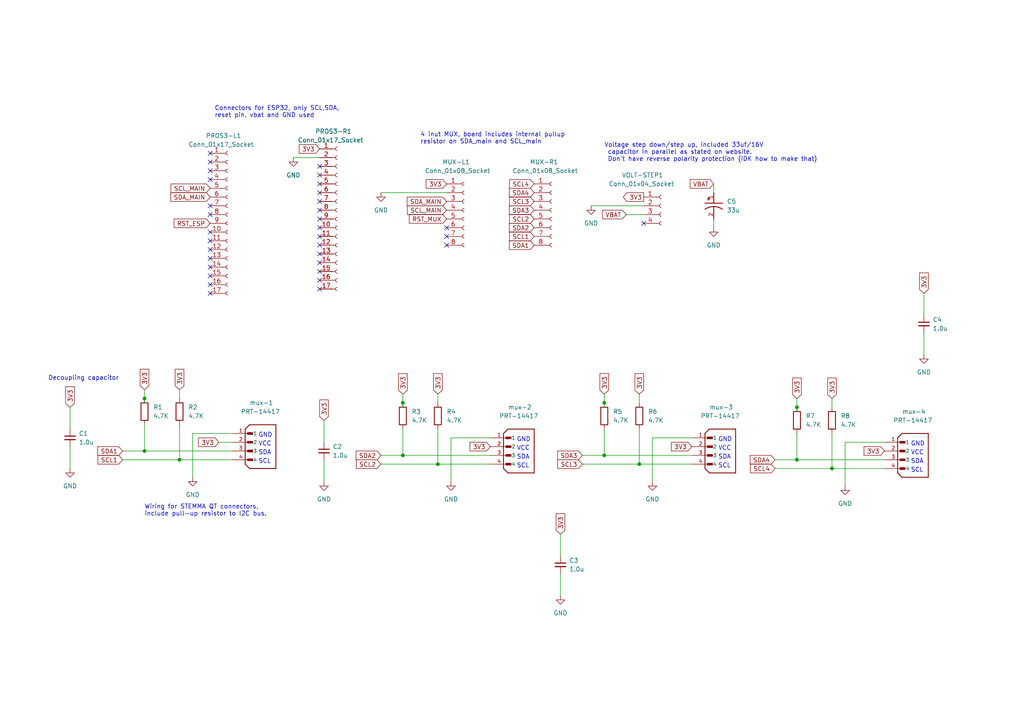
<source format=kicad_sch>
(kicad_sch (version 20230121) (generator eeschema)

  (uuid 080e2a15-ec0a-4c4a-82fe-72796585de81)

  (paper "A4")

  (title_block
    (title "ESP32 sensor board")
    (date "2023-12-26")
    (rev "Ver.1")
    (company "Pacbot Team")
  )

  (lib_symbols
    (symbol "16TQC33MYFD:16TQC33MYFD" (pin_names (offset 1.016)) (in_bom yes) (on_board yes)
      (property "Reference" "C" (at -5.08 3.81 0)
        (effects (font (size 1.27 1.27)) (justify left bottom))
      )
      (property "Value" "16TQC33MYFD" (at -5.08 -5.088 0)
        (effects (font (size 1.27 1.27)) (justify left top))
      )
      (property "Footprint" "16TQC33MYFD:CAP_16TQC33MYFD" (at 0 0 0)
        (effects (font (size 1.27 1.27)) (justify bottom) hide)
      )
      (property "Datasheet" "" (at 0 0 0)
        (effects (font (size 1.27 1.27)) hide)
      )
      (property "MF" "Panasonic" (at 0 0 0)
        (effects (font (size 1.27 1.27)) (justify bottom) hide)
      )
      (property "MAXIMUM_PACKAGE_HEIGHT" "1.9 mm" (at 0 0 0)
        (effects (font (size 1.27 1.27)) (justify bottom) hide)
      )
      (property "Package" "7343-2 Panasonic" (at 0 0 0)
        (effects (font (size 1.27 1.27)) (justify bottom) hide)
      )
      (property "Price" "None" (at 0 0 0)
        (effects (font (size 1.27 1.27)) (justify bottom) hide)
      )
      (property "Check_prices" "https://www.snapeda.com/parts/16TQC33MYFD/Panasonic/view-part/?ref=eda" (at 0 0 0)
        (effects (font (size 1.27 1.27)) (justify bottom) hide)
      )
      (property "STANDARD" "Manufacturer Recommendations" (at 0 0 0)
        (effects (font (size 1.27 1.27)) (justify bottom) hide)
      )
      (property "PARTREV" "30-Nov-20" (at 0 0 0)
        (effects (font (size 1.27 1.27)) (justify bottom) hide)
      )
      (property "SnapEDA_Link" "https://www.snapeda.com/parts/16TQC33MYFD/Panasonic/view-part/?ref=snap" (at 0 0 0)
        (effects (font (size 1.27 1.27)) (justify bottom) hide)
      )
      (property "MP" "16TQC33MYFD" (at 0 0 0)
        (effects (font (size 1.27 1.27)) (justify bottom) hide)
      )
      (property "Purchase-URL" "https://www.snapeda.com/api/url_track_click_mouser/?unipart_id=1682401&manufacturer=Panasonic&part_name=16TQC33MYFD&search_term=33uf 16v smd" (at 0 0 0)
        (effects (font (size 1.27 1.27)) (justify bottom) hide)
      )
      (property "Description" "\n33uF SMD Solid Polymer Tantalum Capacitor, 16 V dc +/-20%, POSCAP Series | Panasonic Electronic Components 16TQC33MYFD\n" (at 0 0 0)
        (effects (font (size 1.27 1.27)) (justify bottom) hide)
      )
      (property "Availability" "In Stock" (at 0 0 0)
        (effects (font (size 1.27 1.27)) (justify bottom) hide)
      )
      (property "MANUFACTURER" "Panasonic" (at 0 0 0)
        (effects (font (size 1.27 1.27)) (justify bottom) hide)
      )
      (symbol "16TQC33MYFD_0_0"
        (rectangle (start -3.713 -1.532) (end -2.824 -1.405)
          (stroke (width 0.1) (type default))
          (fill (type outline))
        )
        (rectangle (start -3.332 -1.913) (end -3.205 -1.024)
          (stroke (width 0.1) (type default))
          (fill (type outline))
        )
        (arc (start -0.254 2.54) (mid -1.0549 0) (end -0.254 -2.54)
          (stroke (width 0.254) (type default))
          (fill (type none))
        )
        (polyline
          (pts
            (xy -5.08 0)
            (xy -2.032 0)
          )
          (stroke (width 0.254) (type default))
          (fill (type none))
        )
        (polyline
          (pts
            (xy -2.032 2.54)
            (xy -2.032 -2.54)
          )
          (stroke (width 0.254) (type default))
          (fill (type none))
        )
        (polyline
          (pts
            (xy -1.016 0)
            (xy 2.54 0)
          )
          (stroke (width 0.254) (type default))
          (fill (type none))
        )
        (pin passive line (at -5.08 0 0) (length 2.54)
          (name "~" (effects (font (size 1.016 1.016))))
          (number "1" (effects (font (size 1.016 1.016))))
        )
        (pin passive line (at 2.54 0 180) (length 2.54)
          (name "~" (effects (font (size 1.016 1.016))))
          (number "2" (effects (font (size 1.016 1.016))))
        )
      )
    )
    (symbol "Connector:Conn_01x04_Socket" (pin_names (offset 1.016) hide) (in_bom yes) (on_board yes)
      (property "Reference" "J" (at 0 5.08 0)
        (effects (font (size 1.27 1.27)))
      )
      (property "Value" "Conn_01x04_Socket" (at 0 -7.62 0)
        (effects (font (size 1.27 1.27)))
      )
      (property "Footprint" "" (at 0 0 0)
        (effects (font (size 1.27 1.27)) hide)
      )
      (property "Datasheet" "~" (at 0 0 0)
        (effects (font (size 1.27 1.27)) hide)
      )
      (property "ki_locked" "" (at 0 0 0)
        (effects (font (size 1.27 1.27)))
      )
      (property "ki_keywords" "connector" (at 0 0 0)
        (effects (font (size 1.27 1.27)) hide)
      )
      (property "ki_description" "Generic connector, single row, 01x04, script generated" (at 0 0 0)
        (effects (font (size 1.27 1.27)) hide)
      )
      (property "ki_fp_filters" "Connector*:*_1x??_*" (at 0 0 0)
        (effects (font (size 1.27 1.27)) hide)
      )
      (symbol "Conn_01x04_Socket_1_1"
        (arc (start 0 -4.572) (mid -0.5058 -5.08) (end 0 -5.588)
          (stroke (width 0.1524) (type default))
          (fill (type none))
        )
        (arc (start 0 -2.032) (mid -0.5058 -2.54) (end 0 -3.048)
          (stroke (width 0.1524) (type default))
          (fill (type none))
        )
        (polyline
          (pts
            (xy -1.27 -5.08)
            (xy -0.508 -5.08)
          )
          (stroke (width 0.1524) (type default))
          (fill (type none))
        )
        (polyline
          (pts
            (xy -1.27 -2.54)
            (xy -0.508 -2.54)
          )
          (stroke (width 0.1524) (type default))
          (fill (type none))
        )
        (polyline
          (pts
            (xy -1.27 0)
            (xy -0.508 0)
          )
          (stroke (width 0.1524) (type default))
          (fill (type none))
        )
        (polyline
          (pts
            (xy -1.27 2.54)
            (xy -0.508 2.54)
          )
          (stroke (width 0.1524) (type default))
          (fill (type none))
        )
        (arc (start 0 0.508) (mid -0.5058 0) (end 0 -0.508)
          (stroke (width 0.1524) (type default))
          (fill (type none))
        )
        (arc (start 0 3.048) (mid -0.5058 2.54) (end 0 2.032)
          (stroke (width 0.1524) (type default))
          (fill (type none))
        )
        (pin passive line (at -5.08 2.54 0) (length 3.81)
          (name "Pin_1" (effects (font (size 1.27 1.27))))
          (number "1" (effects (font (size 1.27 1.27))))
        )
        (pin passive line (at -5.08 0 0) (length 3.81)
          (name "Pin_2" (effects (font (size 1.27 1.27))))
          (number "2" (effects (font (size 1.27 1.27))))
        )
        (pin passive line (at -5.08 -2.54 0) (length 3.81)
          (name "Pin_3" (effects (font (size 1.27 1.27))))
          (number "3" (effects (font (size 1.27 1.27))))
        )
        (pin passive line (at -5.08 -5.08 0) (length 3.81)
          (name "Pin_4" (effects (font (size 1.27 1.27))))
          (number "4" (effects (font (size 1.27 1.27))))
        )
      )
    )
    (symbol "Connector:Conn_01x08_Socket" (pin_names (offset 1.016) hide) (in_bom yes) (on_board yes)
      (property "Reference" "J" (at 0 10.16 0)
        (effects (font (size 1.27 1.27)))
      )
      (property "Value" "Conn_01x08_Socket" (at 0 -12.7 0)
        (effects (font (size 1.27 1.27)))
      )
      (property "Footprint" "" (at 0 0 0)
        (effects (font (size 1.27 1.27)) hide)
      )
      (property "Datasheet" "~" (at 0 0 0)
        (effects (font (size 1.27 1.27)) hide)
      )
      (property "ki_locked" "" (at 0 0 0)
        (effects (font (size 1.27 1.27)))
      )
      (property "ki_keywords" "connector" (at 0 0 0)
        (effects (font (size 1.27 1.27)) hide)
      )
      (property "ki_description" "Generic connector, single row, 01x08, script generated" (at 0 0 0)
        (effects (font (size 1.27 1.27)) hide)
      )
      (property "ki_fp_filters" "Connector*:*_1x??_*" (at 0 0 0)
        (effects (font (size 1.27 1.27)) hide)
      )
      (symbol "Conn_01x08_Socket_1_1"
        (arc (start 0 -9.652) (mid -0.5058 -10.16) (end 0 -10.668)
          (stroke (width 0.1524) (type default))
          (fill (type none))
        )
        (arc (start 0 -7.112) (mid -0.5058 -7.62) (end 0 -8.128)
          (stroke (width 0.1524) (type default))
          (fill (type none))
        )
        (arc (start 0 -4.572) (mid -0.5058 -5.08) (end 0 -5.588)
          (stroke (width 0.1524) (type default))
          (fill (type none))
        )
        (arc (start 0 -2.032) (mid -0.5058 -2.54) (end 0 -3.048)
          (stroke (width 0.1524) (type default))
          (fill (type none))
        )
        (polyline
          (pts
            (xy -1.27 -10.16)
            (xy -0.508 -10.16)
          )
          (stroke (width 0.1524) (type default))
          (fill (type none))
        )
        (polyline
          (pts
            (xy -1.27 -7.62)
            (xy -0.508 -7.62)
          )
          (stroke (width 0.1524) (type default))
          (fill (type none))
        )
        (polyline
          (pts
            (xy -1.27 -5.08)
            (xy -0.508 -5.08)
          )
          (stroke (width 0.1524) (type default))
          (fill (type none))
        )
        (polyline
          (pts
            (xy -1.27 -2.54)
            (xy -0.508 -2.54)
          )
          (stroke (width 0.1524) (type default))
          (fill (type none))
        )
        (polyline
          (pts
            (xy -1.27 0)
            (xy -0.508 0)
          )
          (stroke (width 0.1524) (type default))
          (fill (type none))
        )
        (polyline
          (pts
            (xy -1.27 2.54)
            (xy -0.508 2.54)
          )
          (stroke (width 0.1524) (type default))
          (fill (type none))
        )
        (polyline
          (pts
            (xy -1.27 5.08)
            (xy -0.508 5.08)
          )
          (stroke (width 0.1524) (type default))
          (fill (type none))
        )
        (polyline
          (pts
            (xy -1.27 7.62)
            (xy -0.508 7.62)
          )
          (stroke (width 0.1524) (type default))
          (fill (type none))
        )
        (arc (start 0 0.508) (mid -0.5058 0) (end 0 -0.508)
          (stroke (width 0.1524) (type default))
          (fill (type none))
        )
        (arc (start 0 3.048) (mid -0.5058 2.54) (end 0 2.032)
          (stroke (width 0.1524) (type default))
          (fill (type none))
        )
        (arc (start 0 5.588) (mid -0.5058 5.08) (end 0 4.572)
          (stroke (width 0.1524) (type default))
          (fill (type none))
        )
        (arc (start 0 8.128) (mid -0.5058 7.62) (end 0 7.112)
          (stroke (width 0.1524) (type default))
          (fill (type none))
        )
        (pin passive line (at -5.08 7.62 0) (length 3.81)
          (name "Pin_1" (effects (font (size 1.27 1.27))))
          (number "1" (effects (font (size 1.27 1.27))))
        )
        (pin passive line (at -5.08 5.08 0) (length 3.81)
          (name "Pin_2" (effects (font (size 1.27 1.27))))
          (number "2" (effects (font (size 1.27 1.27))))
        )
        (pin passive line (at -5.08 2.54 0) (length 3.81)
          (name "Pin_3" (effects (font (size 1.27 1.27))))
          (number "3" (effects (font (size 1.27 1.27))))
        )
        (pin passive line (at -5.08 0 0) (length 3.81)
          (name "Pin_4" (effects (font (size 1.27 1.27))))
          (number "4" (effects (font (size 1.27 1.27))))
        )
        (pin passive line (at -5.08 -2.54 0) (length 3.81)
          (name "Pin_5" (effects (font (size 1.27 1.27))))
          (number "5" (effects (font (size 1.27 1.27))))
        )
        (pin passive line (at -5.08 -5.08 0) (length 3.81)
          (name "Pin_6" (effects (font (size 1.27 1.27))))
          (number "6" (effects (font (size 1.27 1.27))))
        )
        (pin passive line (at -5.08 -7.62 0) (length 3.81)
          (name "Pin_7" (effects (font (size 1.27 1.27))))
          (number "7" (effects (font (size 1.27 1.27))))
        )
        (pin passive line (at -5.08 -10.16 0) (length 3.81)
          (name "Pin_8" (effects (font (size 1.27 1.27))))
          (number "8" (effects (font (size 1.27 1.27))))
        )
      )
    )
    (symbol "Connector:Conn_01x17_Socket" (pin_names (offset 1.016) hide) (in_bom yes) (on_board yes)
      (property "Reference" "J" (at 0 22.86 0)
        (effects (font (size 1.27 1.27)))
      )
      (property "Value" "Conn_01x17_Socket" (at 0 -22.86 0)
        (effects (font (size 1.27 1.27)))
      )
      (property "Footprint" "" (at 0 0 0)
        (effects (font (size 1.27 1.27)) hide)
      )
      (property "Datasheet" "~" (at 0 0 0)
        (effects (font (size 1.27 1.27)) hide)
      )
      (property "ki_locked" "" (at 0 0 0)
        (effects (font (size 1.27 1.27)))
      )
      (property "ki_keywords" "connector" (at 0 0 0)
        (effects (font (size 1.27 1.27)) hide)
      )
      (property "ki_description" "Generic connector, single row, 01x17, script generated" (at 0 0 0)
        (effects (font (size 1.27 1.27)) hide)
      )
      (property "ki_fp_filters" "Connector*:*_1x??_*" (at 0 0 0)
        (effects (font (size 1.27 1.27)) hide)
      )
      (symbol "Conn_01x17_Socket_1_1"
        (arc (start 0 -19.812) (mid -0.5058 -20.32) (end 0 -20.828)
          (stroke (width 0.1524) (type default))
          (fill (type none))
        )
        (arc (start 0 -17.272) (mid -0.5058 -17.78) (end 0 -18.288)
          (stroke (width 0.1524) (type default))
          (fill (type none))
        )
        (arc (start 0 -14.732) (mid -0.5058 -15.24) (end 0 -15.748)
          (stroke (width 0.1524) (type default))
          (fill (type none))
        )
        (arc (start 0 -12.192) (mid -0.5058 -12.7) (end 0 -13.208)
          (stroke (width 0.1524) (type default))
          (fill (type none))
        )
        (arc (start 0 -9.652) (mid -0.5058 -10.16) (end 0 -10.668)
          (stroke (width 0.1524) (type default))
          (fill (type none))
        )
        (arc (start 0 -7.112) (mid -0.5058 -7.62) (end 0 -8.128)
          (stroke (width 0.1524) (type default))
          (fill (type none))
        )
        (arc (start 0 -4.572) (mid -0.5058 -5.08) (end 0 -5.588)
          (stroke (width 0.1524) (type default))
          (fill (type none))
        )
        (arc (start 0 -2.032) (mid -0.5058 -2.54) (end 0 -3.048)
          (stroke (width 0.1524) (type default))
          (fill (type none))
        )
        (polyline
          (pts
            (xy -1.27 -20.32)
            (xy -0.508 -20.32)
          )
          (stroke (width 0.1524) (type default))
          (fill (type none))
        )
        (polyline
          (pts
            (xy -1.27 -17.78)
            (xy -0.508 -17.78)
          )
          (stroke (width 0.1524) (type default))
          (fill (type none))
        )
        (polyline
          (pts
            (xy -1.27 -15.24)
            (xy -0.508 -15.24)
          )
          (stroke (width 0.1524) (type default))
          (fill (type none))
        )
        (polyline
          (pts
            (xy -1.27 -12.7)
            (xy -0.508 -12.7)
          )
          (stroke (width 0.1524) (type default))
          (fill (type none))
        )
        (polyline
          (pts
            (xy -1.27 -10.16)
            (xy -0.508 -10.16)
          )
          (stroke (width 0.1524) (type default))
          (fill (type none))
        )
        (polyline
          (pts
            (xy -1.27 -7.62)
            (xy -0.508 -7.62)
          )
          (stroke (width 0.1524) (type default))
          (fill (type none))
        )
        (polyline
          (pts
            (xy -1.27 -5.08)
            (xy -0.508 -5.08)
          )
          (stroke (width 0.1524) (type default))
          (fill (type none))
        )
        (polyline
          (pts
            (xy -1.27 -2.54)
            (xy -0.508 -2.54)
          )
          (stroke (width 0.1524) (type default))
          (fill (type none))
        )
        (polyline
          (pts
            (xy -1.27 0)
            (xy -0.508 0)
          )
          (stroke (width 0.1524) (type default))
          (fill (type none))
        )
        (polyline
          (pts
            (xy -1.27 2.54)
            (xy -0.508 2.54)
          )
          (stroke (width 0.1524) (type default))
          (fill (type none))
        )
        (polyline
          (pts
            (xy -1.27 5.08)
            (xy -0.508 5.08)
          )
          (stroke (width 0.1524) (type default))
          (fill (type none))
        )
        (polyline
          (pts
            (xy -1.27 7.62)
            (xy -0.508 7.62)
          )
          (stroke (width 0.1524) (type default))
          (fill (type none))
        )
        (polyline
          (pts
            (xy -1.27 10.16)
            (xy -0.508 10.16)
          )
          (stroke (width 0.1524) (type default))
          (fill (type none))
        )
        (polyline
          (pts
            (xy -1.27 12.7)
            (xy -0.508 12.7)
          )
          (stroke (width 0.1524) (type default))
          (fill (type none))
        )
        (polyline
          (pts
            (xy -1.27 15.24)
            (xy -0.508 15.24)
          )
          (stroke (width 0.1524) (type default))
          (fill (type none))
        )
        (polyline
          (pts
            (xy -1.27 17.78)
            (xy -0.508 17.78)
          )
          (stroke (width 0.1524) (type default))
          (fill (type none))
        )
        (polyline
          (pts
            (xy -1.27 20.32)
            (xy -0.508 20.32)
          )
          (stroke (width 0.1524) (type default))
          (fill (type none))
        )
        (arc (start 0 0.508) (mid -0.5058 0) (end 0 -0.508)
          (stroke (width 0.1524) (type default))
          (fill (type none))
        )
        (arc (start 0 3.048) (mid -0.5058 2.54) (end 0 2.032)
          (stroke (width 0.1524) (type default))
          (fill (type none))
        )
        (arc (start 0 5.588) (mid -0.5058 5.08) (end 0 4.572)
          (stroke (width 0.1524) (type default))
          (fill (type none))
        )
        (arc (start 0 8.128) (mid -0.5058 7.62) (end 0 7.112)
          (stroke (width 0.1524) (type default))
          (fill (type none))
        )
        (arc (start 0 10.668) (mid -0.5058 10.16) (end 0 9.652)
          (stroke (width 0.1524) (type default))
          (fill (type none))
        )
        (arc (start 0 13.208) (mid -0.5058 12.7) (end 0 12.192)
          (stroke (width 0.1524) (type default))
          (fill (type none))
        )
        (arc (start 0 15.748) (mid -0.5058 15.24) (end 0 14.732)
          (stroke (width 0.1524) (type default))
          (fill (type none))
        )
        (arc (start 0 18.288) (mid -0.5058 17.78) (end 0 17.272)
          (stroke (width 0.1524) (type default))
          (fill (type none))
        )
        (arc (start 0 20.828) (mid -0.5058 20.32) (end 0 19.812)
          (stroke (width 0.1524) (type default))
          (fill (type none))
        )
        (pin passive line (at -5.08 20.32 0) (length 3.81)
          (name "Pin_1" (effects (font (size 1.27 1.27))))
          (number "1" (effects (font (size 1.27 1.27))))
        )
        (pin passive line (at -5.08 -2.54 0) (length 3.81)
          (name "Pin_10" (effects (font (size 1.27 1.27))))
          (number "10" (effects (font (size 1.27 1.27))))
        )
        (pin passive line (at -5.08 -5.08 0) (length 3.81)
          (name "Pin_11" (effects (font (size 1.27 1.27))))
          (number "11" (effects (font (size 1.27 1.27))))
        )
        (pin passive line (at -5.08 -7.62 0) (length 3.81)
          (name "Pin_12" (effects (font (size 1.27 1.27))))
          (number "12" (effects (font (size 1.27 1.27))))
        )
        (pin passive line (at -5.08 -10.16 0) (length 3.81)
          (name "Pin_13" (effects (font (size 1.27 1.27))))
          (number "13" (effects (font (size 1.27 1.27))))
        )
        (pin passive line (at -5.08 -12.7 0) (length 3.81)
          (name "Pin_14" (effects (font (size 1.27 1.27))))
          (number "14" (effects (font (size 1.27 1.27))))
        )
        (pin passive line (at -5.08 -15.24 0) (length 3.81)
          (name "Pin_15" (effects (font (size 1.27 1.27))))
          (number "15" (effects (font (size 1.27 1.27))))
        )
        (pin passive line (at -5.08 -17.78 0) (length 3.81)
          (name "Pin_16" (effects (font (size 1.27 1.27))))
          (number "16" (effects (font (size 1.27 1.27))))
        )
        (pin passive line (at -5.08 -20.32 0) (length 3.81)
          (name "Pin_17" (effects (font (size 1.27 1.27))))
          (number "17" (effects (font (size 1.27 1.27))))
        )
        (pin passive line (at -5.08 17.78 0) (length 3.81)
          (name "Pin_2" (effects (font (size 1.27 1.27))))
          (number "2" (effects (font (size 1.27 1.27))))
        )
        (pin passive line (at -5.08 15.24 0) (length 3.81)
          (name "Pin_3" (effects (font (size 1.27 1.27))))
          (number "3" (effects (font (size 1.27 1.27))))
        )
        (pin passive line (at -5.08 12.7 0) (length 3.81)
          (name "Pin_4" (effects (font (size 1.27 1.27))))
          (number "4" (effects (font (size 1.27 1.27))))
        )
        (pin passive line (at -5.08 10.16 0) (length 3.81)
          (name "Pin_5" (effects (font (size 1.27 1.27))))
          (number "5" (effects (font (size 1.27 1.27))))
        )
        (pin passive line (at -5.08 7.62 0) (length 3.81)
          (name "Pin_6" (effects (font (size 1.27 1.27))))
          (number "6" (effects (font (size 1.27 1.27))))
        )
        (pin passive line (at -5.08 5.08 0) (length 3.81)
          (name "Pin_7" (effects (font (size 1.27 1.27))))
          (number "7" (effects (font (size 1.27 1.27))))
        )
        (pin passive line (at -5.08 2.54 0) (length 3.81)
          (name "Pin_8" (effects (font (size 1.27 1.27))))
          (number "8" (effects (font (size 1.27 1.27))))
        )
        (pin passive line (at -5.08 0 0) (length 3.81)
          (name "Pin_9" (effects (font (size 1.27 1.27))))
          (number "9" (effects (font (size 1.27 1.27))))
        )
      )
    )
    (symbol "Device:C_Small" (pin_numbers hide) (pin_names (offset 0.254) hide) (in_bom yes) (on_board yes)
      (property "Reference" "C" (at 0.254 1.778 0)
        (effects (font (size 1.27 1.27)) (justify left))
      )
      (property "Value" "C_Small" (at 0.254 -2.032 0)
        (effects (font (size 1.27 1.27)) (justify left))
      )
      (property "Footprint" "" (at 0 0 0)
        (effects (font (size 1.27 1.27)) hide)
      )
      (property "Datasheet" "~" (at 0 0 0)
        (effects (font (size 1.27 1.27)) hide)
      )
      (property "ki_keywords" "capacitor cap" (at 0 0 0)
        (effects (font (size 1.27 1.27)) hide)
      )
      (property "ki_description" "Unpolarized capacitor, small symbol" (at 0 0 0)
        (effects (font (size 1.27 1.27)) hide)
      )
      (property "ki_fp_filters" "C_*" (at 0 0 0)
        (effects (font (size 1.27 1.27)) hide)
      )
      (symbol "C_Small_0_1"
        (polyline
          (pts
            (xy -1.524 -0.508)
            (xy 1.524 -0.508)
          )
          (stroke (width 0.3302) (type default))
          (fill (type none))
        )
        (polyline
          (pts
            (xy -1.524 0.508)
            (xy 1.524 0.508)
          )
          (stroke (width 0.3048) (type default))
          (fill (type none))
        )
      )
      (symbol "C_Small_1_1"
        (pin passive line (at 0 2.54 270) (length 2.032)
          (name "~" (effects (font (size 1.27 1.27))))
          (number "1" (effects (font (size 1.27 1.27))))
        )
        (pin passive line (at 0 -2.54 90) (length 2.032)
          (name "~" (effects (font (size 1.27 1.27))))
          (number "2" (effects (font (size 1.27 1.27))))
        )
      )
    )
    (symbol "Device:R" (pin_numbers hide) (pin_names (offset 0)) (in_bom yes) (on_board yes)
      (property "Reference" "R" (at 2.032 0 90)
        (effects (font (size 1.27 1.27)))
      )
      (property "Value" "R" (at 0 0 90)
        (effects (font (size 1.27 1.27)))
      )
      (property "Footprint" "" (at -1.778 0 90)
        (effects (font (size 1.27 1.27)) hide)
      )
      (property "Datasheet" "~" (at 0 0 0)
        (effects (font (size 1.27 1.27)) hide)
      )
      (property "ki_keywords" "R res resistor" (at 0 0 0)
        (effects (font (size 1.27 1.27)) hide)
      )
      (property "ki_description" "Resistor" (at 0 0 0)
        (effects (font (size 1.27 1.27)) hide)
      )
      (property "ki_fp_filters" "R_*" (at 0 0 0)
        (effects (font (size 1.27 1.27)) hide)
      )
      (symbol "R_0_1"
        (rectangle (start -1.016 -2.54) (end 1.016 2.54)
          (stroke (width 0.254) (type default))
          (fill (type none))
        )
      )
      (symbol "R_1_1"
        (pin passive line (at 0 3.81 270) (length 1.27)
          (name "~" (effects (font (size 1.27 1.27))))
          (number "1" (effects (font (size 1.27 1.27))))
        )
        (pin passive line (at 0 -3.81 90) (length 1.27)
          (name "~" (effects (font (size 1.27 1.27))))
          (number "2" (effects (font (size 1.27 1.27))))
        )
      )
    )
    (symbol "PRT-14417:PRT-14417" (pin_names (offset 1.016)) (in_bom yes) (on_board yes)
      (property "Reference" "J" (at -2.54 8.382 0)
        (effects (font (size 1.27 1.27)) (justify left bottom))
      )
      (property "Value" "PRT-14417" (at -2.54 -7.62 0)
        (effects (font (size 1.27 1.27)) (justify left bottom))
      )
      (property "Footprint" "PRT-14417:SPARKFUN_PRT-14417" (at 0 0 0)
        (effects (font (size 1.27 1.27)) (justify bottom) hide)
      )
      (property "Datasheet" "" (at 0 0 0)
        (effects (font (size 1.27 1.27)) hide)
      )
      (property "MF" "SparkFun Electronics" (at 0 0 0)
        (effects (font (size 1.27 1.27)) (justify bottom) hide)
      )
      (property "MAXIMUM_PACKAGE_HEIGHT" "2.9 mm" (at 0 0 0)
        (effects (font (size 1.27 1.27)) (justify bottom) hide)
      )
      (property "Package" "None" (at 0 0 0)
        (effects (font (size 1.27 1.27)) (justify bottom) hide)
      )
      (property "Price" "None" (at 0 0 0)
        (effects (font (size 1.27 1.27)) (justify bottom) hide)
      )
      (property "Check_prices" "https://www.snapeda.com/parts/PRT-14417/SparkFun+Electronics/view-part/?ref=eda" (at 0 0 0)
        (effects (font (size 1.27 1.27)) (justify bottom) hide)
      )
      (property "STANDARD" "Manufacturer Recommendations" (at 0 0 0)
        (effects (font (size 1.27 1.27)) (justify bottom) hide)
      )
      (property "PARTREV" "NA" (at 0 0 0)
        (effects (font (size 1.27 1.27)) (justify bottom) hide)
      )
      (property "SnapEDA_Link" "https://www.snapeda.com/parts/PRT-14417/SparkFun+Electronics/view-part/?ref=snap" (at 0 0 0)
        (effects (font (size 1.27 1.27)) (justify bottom) hide)
      )
      (property "MP" "PRT-14417" (at 0 0 0)
        (effects (font (size 1.27 1.27)) (justify bottom) hide)
      )
      (property "Purchase-URL" "https://www.snapeda.com/api/url_track_click_mouser/?unipart_id=2758166&manufacturer=SparkFun Electronics&part_name=PRT-14417&search_term=None" (at 0 0 0)
        (effects (font (size 1.27 1.27)) (justify bottom) hide)
      )
      (property "Description" "\nQWIIC JST CONNECTOR - SMD 4-PIN\n" (at 0 0 0)
        (effects (font (size 1.27 1.27)) (justify bottom) hide)
      )
      (property "Availability" "In Stock" (at 0 0 0)
        (effects (font (size 1.27 1.27)) (justify bottom) hide)
      )
      (property "MANUFACTURER" "SparkFun Electronics" (at 0 0 0)
        (effects (font (size 1.27 1.27)) (justify bottom) hide)
      )
      (symbol "PRT-14417_0_0"
        (rectangle (start -3.175 -2.8575) (end -1.5875 -2.2225)
          (stroke (width 0.1) (type default))
          (fill (type outline))
        )
        (rectangle (start -3.175 -0.3175) (end -1.5875 0.3175)
          (stroke (width 0.1) (type default))
          (fill (type outline))
        )
        (rectangle (start -3.175 2.2225) (end -1.5875 2.8575)
          (stroke (width 0.1) (type default))
          (fill (type outline))
        )
        (rectangle (start -3.175 4.7625) (end -1.5875 5.3975)
          (stroke (width 0.1) (type default))
          (fill (type outline))
        )
        (polyline
          (pts
            (xy -3.81 -3.81)
            (xy -2.54 -5.08)
          )
          (stroke (width 0.254) (type default))
          (fill (type none))
        )
        (polyline
          (pts
            (xy -3.81 6.35)
            (xy -3.81 -3.81)
          )
          (stroke (width 0.254) (type default))
          (fill (type none))
        )
        (polyline
          (pts
            (xy -3.81 6.35)
            (xy -2.54 7.62)
          )
          (stroke (width 0.254) (type default))
          (fill (type none))
        )
        (polyline
          (pts
            (xy -2.54 -5.08)
            (xy 5.08 -5.08)
          )
          (stroke (width 0.254) (type default))
          (fill (type none))
        )
        (polyline
          (pts
            (xy 5.08 -5.08)
            (xy 5.08 7.62)
          )
          (stroke (width 0.254) (type default))
          (fill (type none))
        )
        (polyline
          (pts
            (xy 5.08 7.62)
            (xy -2.54 7.62)
          )
          (stroke (width 0.254) (type default))
          (fill (type none))
        )
        (pin passive line (at -7.62 5.08 0) (length 5.08)
          (name "1" (effects (font (size 1.016 1.016))))
          (number "1" (effects (font (size 1.016 1.016))))
        )
        (pin passive line (at -7.62 2.54 0) (length 5.08)
          (name "2" (effects (font (size 1.016 1.016))))
          (number "2" (effects (font (size 1.016 1.016))))
        )
        (pin passive line (at -7.62 0 0) (length 5.08)
          (name "3" (effects (font (size 1.016 1.016))))
          (number "3" (effects (font (size 1.016 1.016))))
        )
        (pin passive line (at -7.62 -2.54 0) (length 5.08)
          (name "4" (effects (font (size 1.016 1.016))))
          (number "4" (effects (font (size 1.016 1.016))))
        )
      )
    )
    (symbol "power:GND" (power) (pin_names (offset 0)) (in_bom yes) (on_board yes)
      (property "Reference" "#PWR" (at 0 -6.35 0)
        (effects (font (size 1.27 1.27)) hide)
      )
      (property "Value" "GND" (at 0 -3.81 0)
        (effects (font (size 1.27 1.27)))
      )
      (property "Footprint" "" (at 0 0 0)
        (effects (font (size 1.27 1.27)) hide)
      )
      (property "Datasheet" "" (at 0 0 0)
        (effects (font (size 1.27 1.27)) hide)
      )
      (property "ki_keywords" "global power" (at 0 0 0)
        (effects (font (size 1.27 1.27)) hide)
      )
      (property "ki_description" "Power symbol creates a global label with name \"GND\" , ground" (at 0 0 0)
        (effects (font (size 1.27 1.27)) hide)
      )
      (symbol "GND_0_1"
        (polyline
          (pts
            (xy 0 0)
            (xy 0 -1.27)
            (xy 1.27 -1.27)
            (xy 0 -2.54)
            (xy -1.27 -1.27)
            (xy 0 -1.27)
          )
          (stroke (width 0) (type default))
          (fill (type none))
        )
      )
      (symbol "GND_1_1"
        (pin power_in line (at 0 0 270) (length 0) hide
          (name "GND" (effects (font (size 1.27 1.27))))
          (number "1" (effects (font (size 1.27 1.27))))
        )
      )
    )
  )

  (junction (at 241.3 135.89) (diameter 0) (color 0 0 0 0)
    (uuid 1d8d440e-ea79-47fd-829e-9124605d6755)
  )
  (junction (at 41.91 130.81) (diameter 0) (color 0 0 0 0)
    (uuid 2c73fdfa-a35a-4ebb-8d9e-7ef3432968fc)
  )
  (junction (at 231.14 133.35) (diameter 0) (color 0 0 0 0)
    (uuid 3428481d-9144-4cbc-a911-fb6281373a90)
  )
  (junction (at 127 134.62) (diameter 0) (color 0 0 0 0)
    (uuid 57739633-f626-4850-a0a1-97b7a48d0c6c)
  )
  (junction (at 116.84 132.08) (diameter 0) (color 0 0 0 0)
    (uuid 6503bbfa-75ae-4239-bf61-ad726e3f250e)
  )
  (junction (at 116.84 116.84) (diameter 0) (color 0 0 0 0)
    (uuid 6da1890c-2172-42e2-aefb-b563fea43eac)
  )
  (junction (at 52.07 133.35) (diameter 0) (color 0 0 0 0)
    (uuid 85fa5039-2e57-489a-917f-522587599171)
  )
  (junction (at 41.91 115.57) (diameter 0) (color 0 0 0 0)
    (uuid b61ccffe-709c-4a32-a7f2-45ce386b4f91)
  )
  (junction (at 185.42 134.62) (diameter 0) (color 0 0 0 0)
    (uuid bcb693c2-cede-4377-8588-028a7c10f1b1)
  )
  (junction (at 175.26 132.08) (diameter 0) (color 0 0 0 0)
    (uuid cce6219d-e653-48b2-83b0-e94e28a33b79)
  )
  (junction (at 231.14 118.11) (diameter 0) (color 0 0 0 0)
    (uuid dfadf7ee-766c-4840-b493-5aa1b4edbca4)
  )
  (junction (at 175.26 116.84) (diameter 0) (color 0 0 0 0)
    (uuid f4c88d10-bce2-4d2d-87a6-fe0a76f149fc)
  )

  (no_connect (at 60.96 72.39) (uuid 1a304793-432f-4941-b2f8-bbd478a3f501))
  (no_connect (at 92.71 66.04) (uuid 2679b5af-cf04-4221-9bbc-37a809e5d6f5))
  (no_connect (at 92.71 48.26) (uuid 27dd7068-d430-4c4b-9ee0-b618dfcbe72b))
  (no_connect (at 92.71 50.8) (uuid 286582e3-885a-4f7d-8df0-a0126df10beb))
  (no_connect (at 60.96 67.31) (uuid 290d0a4a-378c-44e0-948a-5df11d00e829))
  (no_connect (at 129.54 68.58) (uuid 33de10a9-4655-4401-a497-98d3114c0554))
  (no_connect (at 92.71 78.74) (uuid 410fb1d2-1195-4abb-a813-a21a94df0ae2))
  (no_connect (at 92.71 60.96) (uuid 487a7293-47b2-4e59-adcd-59bed59a0bc3))
  (no_connect (at 60.96 69.85) (uuid 4915182b-d83f-4fa7-8539-4247d3548a20))
  (no_connect (at 60.96 62.23) (uuid 4f7ebf43-98e2-4e4d-b1d6-1c1fe4310e57))
  (no_connect (at 92.71 53.34) (uuid 57686406-8ae1-4232-82e4-9d818191c06b))
  (no_connect (at 92.71 81.28) (uuid 59d792fb-07aa-41e8-8b4b-242c4f7caed7))
  (no_connect (at 92.71 71.12) (uuid 6521ea94-6944-4cf9-aa2f-2b05bb13cdf6))
  (no_connect (at 129.54 71.12) (uuid 70267395-efa5-41f4-b2b1-5eb9d7e78d50))
  (no_connect (at 60.96 44.45) (uuid 83ac3026-93e6-4512-af91-3296d790c706))
  (no_connect (at 92.71 68.58) (uuid 997cc9e6-dd75-4154-b4d5-e0b991b84769))
  (no_connect (at 60.96 74.93) (uuid 9a7d4ddd-53d6-4417-8146-a5a976112c14))
  (no_connect (at 60.96 52.07) (uuid 9d4aca6d-d501-45cb-950c-896388dd6c8e))
  (no_connect (at 92.71 76.2) (uuid a3992d2e-d1d5-401c-928e-c5f55e23d748))
  (no_connect (at 60.96 77.47) (uuid ac641ce2-4672-4d8a-92b3-b112ec68139c))
  (no_connect (at 92.71 73.66) (uuid b85cab28-a3d9-4467-a106-52963da947be))
  (no_connect (at 60.96 46.99) (uuid bc385ffc-0e41-4c2c-8687-f65c09433ba5))
  (no_connect (at 92.71 58.42) (uuid c1090f06-9860-4407-851f-163420582fcc))
  (no_connect (at 60.96 80.01) (uuid c5316ec6-8afe-43f8-b85a-47c152b2b0ea))
  (no_connect (at 60.96 82.55) (uuid d11f99a5-0f69-4f83-81bc-365b25304a5f))
  (no_connect (at 92.71 55.88) (uuid d1f9d7d9-ac0e-4d29-845f-73a4a647f76d))
  (no_connect (at 92.71 63.5) (uuid d510c071-4533-41bc-bc6b-bb78a32d61cc))
  (no_connect (at 60.96 49.53) (uuid d9a91c40-9d2b-44e1-ba14-1ce6e87050f7))
  (no_connect (at 186.69 64.77) (uuid da2c1c7e-60d2-413a-826b-3d0d1c64df7f))
  (no_connect (at 60.96 59.69) (uuid dff14b39-0e31-4d2d-b639-6e3373b28f86))
  (no_connect (at 129.54 66.04) (uuid e4f4b32d-f5b4-4c2c-8680-cde1d2fd167e))
  (no_connect (at 60.96 85.09) (uuid ed1afdbf-1e85-49b5-b659-c89a21121688))
  (no_connect (at 92.71 83.82) (uuid fa783195-282c-4e3b-8581-08b63bac82ec))

  (wire (pts (xy 168.91 132.08) (xy 175.26 132.08))
    (stroke (width 0) (type default))
    (uuid 0275408b-65a6-4e38-8230-8f81c64817e6)
  )
  (wire (pts (xy 127 114.3) (xy 127 116.84))
    (stroke (width 0) (type default))
    (uuid 0f0fee48-771b-4484-8afd-e94208ea47d1)
  )
  (wire (pts (xy 175.26 114.3) (xy 175.26 116.84))
    (stroke (width 0) (type default))
    (uuid 147289c3-3c25-4f43-b57f-5adea3190592)
  )
  (wire (pts (xy 224.79 133.35) (xy 231.14 133.35))
    (stroke (width 0) (type default))
    (uuid 185fc286-b295-4a2a-9b5b-5e373126d3d0)
  )
  (wire (pts (xy 52.07 123.19) (xy 52.07 133.35))
    (stroke (width 0) (type default))
    (uuid 2734e92f-fdfc-4174-91f9-0ceebed1a279)
  )
  (wire (pts (xy 231.14 118.11) (xy 231.14 119.38))
    (stroke (width 0) (type default))
    (uuid 27c7dd7a-5f78-4427-a563-97e0bce0be7b)
  )
  (wire (pts (xy 20.32 118.11) (xy 20.32 124.46))
    (stroke (width 0) (type default))
    (uuid 27d57985-2ae7-4242-82da-e7ef3a7a9bfd)
  )
  (wire (pts (xy 267.97 85.09) (xy 267.97 91.44))
    (stroke (width 0) (type default))
    (uuid 2a3bee6b-e36c-44b2-b684-d979ef73a6ae)
  )
  (wire (pts (xy 20.32 129.54) (xy 20.32 135.89))
    (stroke (width 0) (type default))
    (uuid 2bb30fd1-a2a1-45fb-8b9b-87a172785a65)
  )
  (wire (pts (xy 162.56 166.37) (xy 162.56 172.72))
    (stroke (width 0) (type default))
    (uuid 2f046393-1fa5-4bda-93b2-cba8bf6da439)
  )
  (wire (pts (xy 231.14 115.57) (xy 231.14 118.11))
    (stroke (width 0) (type default))
    (uuid 2f055f00-1281-4511-a5c5-48e03c11386d)
  )
  (wire (pts (xy 85.09 45.72) (xy 92.71 45.72))
    (stroke (width 0) (type default))
    (uuid 3202ae42-cebb-4456-aa67-77da5f90dce7)
  )
  (wire (pts (xy 52.07 133.35) (xy 67.31 133.35))
    (stroke (width 0) (type default))
    (uuid 35c34628-14e4-4095-85b0-64e8d4cc8b24)
  )
  (wire (pts (xy 110.49 55.88) (xy 129.54 55.88))
    (stroke (width 0) (type default))
    (uuid 3657ecb6-82dd-49f9-8114-f1084bca9a0b)
  )
  (wire (pts (xy 41.91 123.19) (xy 41.91 130.81))
    (stroke (width 0) (type default))
    (uuid 3b0a6e25-fb55-46ec-8b27-0c5c724b10b3)
  )
  (wire (pts (xy 185.42 124.46) (xy 185.42 134.62))
    (stroke (width 0) (type default))
    (uuid 3e6d9ede-51d8-4899-85a2-89042e6ca672)
  )
  (wire (pts (xy 41.91 115.57) (xy 41.91 116.84))
    (stroke (width 0) (type default))
    (uuid 4345467a-e4c8-4feb-a766-1ced2d899932)
  )
  (wire (pts (xy 207.01 63.5) (xy 207.01 66.04))
    (stroke (width 0) (type default))
    (uuid 4902f554-f306-4dde-8d17-a100d4a205da)
  )
  (wire (pts (xy 231.14 125.73) (xy 231.14 133.35))
    (stroke (width 0) (type default))
    (uuid 5209d252-3070-4041-a0b6-1473e6fc3af6)
  )
  (wire (pts (xy 110.49 132.08) (xy 116.84 132.08))
    (stroke (width 0) (type default))
    (uuid 53718f56-c14d-4015-90d5-c71606929219)
  )
  (wire (pts (xy 110.49 134.62) (xy 127 134.62))
    (stroke (width 0) (type default))
    (uuid 55c1246e-8b28-49dc-b031-6fd3971603a4)
  )
  (wire (pts (xy 245.11 128.27) (xy 245.11 140.97))
    (stroke (width 0) (type default))
    (uuid 60013888-aa2a-4981-808a-28fe20506e2a)
  )
  (wire (pts (xy 127 124.46) (xy 127 134.62))
    (stroke (width 0) (type default))
    (uuid 6d50786c-0b89-4791-8212-4e7210bbe217)
  )
  (wire (pts (xy 175.26 132.08) (xy 200.66 132.08))
    (stroke (width 0) (type default))
    (uuid 7238be62-7e16-478e-ad10-916a3afc3cf2)
  )
  (wire (pts (xy 189.23 127) (xy 189.23 139.7))
    (stroke (width 0) (type default))
    (uuid 730498a8-fa89-46c7-ab37-5e7580b83fcc)
  )
  (wire (pts (xy 181.61 62.23) (xy 186.69 62.23))
    (stroke (width 0) (type default))
    (uuid 7460b525-c98d-4bc0-8384-f1f5540cfe0e)
  )
  (wire (pts (xy 175.26 124.46) (xy 175.26 132.08))
    (stroke (width 0) (type default))
    (uuid 76ad6249-c9ce-4053-a83d-7426042d8f4d)
  )
  (wire (pts (xy 41.91 113.03) (xy 41.91 115.57))
    (stroke (width 0) (type default))
    (uuid 7c9c6d61-c444-4d88-9d39-5e6827f8d896)
  )
  (wire (pts (xy 241.3 135.89) (xy 256.54 135.89))
    (stroke (width 0) (type default))
    (uuid 7d2d3ec9-6f30-4682-a143-8b032b7a1a98)
  )
  (wire (pts (xy 116.84 132.08) (xy 142.24 132.08))
    (stroke (width 0) (type default))
    (uuid 84ca5d3e-76ea-47e2-994d-bdbce7215052)
  )
  (wire (pts (xy 116.84 116.84) (xy 116.84 118.11))
    (stroke (width 0) (type default))
    (uuid 8727d001-ee1a-4220-9fd6-9013cddc1b8b)
  )
  (wire (pts (xy 200.66 127) (xy 189.23 127))
    (stroke (width 0) (type default))
    (uuid 8fb12e87-c872-4824-b842-bf1fc7d906cc)
  )
  (wire (pts (xy 267.97 96.52) (xy 267.97 102.87))
    (stroke (width 0) (type default))
    (uuid 8fc0bdaa-8024-4a48-b784-94ee101a29d6)
  )
  (wire (pts (xy 162.56 154.94) (xy 162.56 161.29))
    (stroke (width 0) (type default))
    (uuid 96740ceb-12ff-4d23-97ff-c886b93f996b)
  )
  (wire (pts (xy 35.56 130.81) (xy 41.91 130.81))
    (stroke (width 0) (type default))
    (uuid 9a166851-1235-4f9e-84b2-e35e4819944f)
  )
  (wire (pts (xy 41.91 130.81) (xy 67.31 130.81))
    (stroke (width 0) (type default))
    (uuid 9b20e07a-8487-4cd5-ad2c-996cd62e446c)
  )
  (wire (pts (xy 67.31 125.73) (xy 55.88 125.73))
    (stroke (width 0) (type default))
    (uuid 9f2231ac-9c1d-432a-a7f4-f4dfb970b0a1)
  )
  (wire (pts (xy 127 134.62) (xy 142.24 134.62))
    (stroke (width 0) (type default))
    (uuid a294c31a-032c-4bcd-9428-bc06ff89dcba)
  )
  (wire (pts (xy 207.01 55.88) (xy 207.01 53.34))
    (stroke (width 0) (type default))
    (uuid a343ae4b-f948-49d2-b1e1-d1a421252e96)
  )
  (wire (pts (xy 35.56 133.35) (xy 52.07 133.35))
    (stroke (width 0) (type default))
    (uuid a734d7ed-d862-4212-bccb-0ca201dc8ae3)
  )
  (wire (pts (xy 256.54 128.27) (xy 245.11 128.27))
    (stroke (width 0) (type default))
    (uuid af6e582f-6fdf-4517-b634-0f4f5d0c180a)
  )
  (wire (pts (xy 55.88 125.73) (xy 55.88 138.43))
    (stroke (width 0) (type default))
    (uuid b2a6a1d6-98c0-4a78-8405-f2847bea62e2)
  )
  (wire (pts (xy 175.26 116.84) (xy 175.26 118.11))
    (stroke (width 0) (type default))
    (uuid b5d53407-5cea-4f5a-a822-450652b38d7e)
  )
  (wire (pts (xy 241.3 115.57) (xy 241.3 118.11))
    (stroke (width 0) (type default))
    (uuid bfc925f1-385d-4a58-8371-760b98ad694b)
  )
  (wire (pts (xy 142.24 127) (xy 130.81 127))
    (stroke (width 0) (type default))
    (uuid cb2e16ea-4866-4797-8188-70ae4e3a5bc9)
  )
  (wire (pts (xy 185.42 134.62) (xy 200.66 134.62))
    (stroke (width 0) (type default))
    (uuid cfa2d576-efe0-49ee-8eeb-244601f35003)
  )
  (wire (pts (xy 168.91 134.62) (xy 185.42 134.62))
    (stroke (width 0) (type default))
    (uuid d1a2d2be-1ef9-4290-989c-ef15d4f85f5e)
  )
  (wire (pts (xy 116.84 124.46) (xy 116.84 132.08))
    (stroke (width 0) (type default))
    (uuid d4a4aec8-4e99-4d58-a917-94c0c5e607d2)
  )
  (wire (pts (xy 130.81 127) (xy 130.81 139.7))
    (stroke (width 0) (type default))
    (uuid d7e9477d-01d0-4f87-883b-4a3c78529597)
  )
  (wire (pts (xy 93.98 133.35) (xy 93.98 139.7))
    (stroke (width 0) (type default))
    (uuid d979b3a9-a054-4c9c-b5ca-f790236f1411)
  )
  (wire (pts (xy 241.3 125.73) (xy 241.3 135.89))
    (stroke (width 0) (type default))
    (uuid da9c9059-7373-4cca-bbbb-a21f9ae4741f)
  )
  (wire (pts (xy 116.84 114.3) (xy 116.84 116.84))
    (stroke (width 0) (type default))
    (uuid ddfd397c-7955-4306-be51-a3f91ee8ba54)
  )
  (wire (pts (xy 171.45 59.69) (xy 186.69 59.69))
    (stroke (width 0) (type default))
    (uuid e6bcbbae-664e-44d6-a15b-f708309e17a4)
  )
  (wire (pts (xy 93.98 121.92) (xy 93.98 128.27))
    (stroke (width 0) (type default))
    (uuid e71daf82-9c21-4592-a8a6-f966c7d5b65a)
  )
  (wire (pts (xy 52.07 113.03) (xy 52.07 115.57))
    (stroke (width 0) (type default))
    (uuid ed7b1f52-f7b1-4810-9a08-d0fa1f06b398)
  )
  (wire (pts (xy 185.42 114.3) (xy 185.42 116.84))
    (stroke (width 0) (type default))
    (uuid f184f5de-1fa3-45e6-be29-b86a199267e9)
  )
  (wire (pts (xy 231.14 133.35) (xy 256.54 133.35))
    (stroke (width 0) (type default))
    (uuid f4db0331-0dbe-4599-8f56-61a0887f8230)
  )
  (wire (pts (xy 63.5 128.27) (xy 67.31 128.27))
    (stroke (width 0) (type default))
    (uuid f8bb32e5-cabf-4e50-a2b0-694c2781f5f2)
  )
  (wire (pts (xy 224.79 135.89) (xy 241.3 135.89))
    (stroke (width 0) (type default))
    (uuid ffd7ee1a-6df7-4683-8fb0-9c38b5af15d9)
  )

  (text "SDA\n" (at 208.28 133.35 0)
    (effects (font (size 1.27 1.27)) (justify left bottom))
    (uuid 205f06a4-8ce4-4269-b7a9-c721114ea32e)
  )
  (text "SDA\n" (at 149.86 133.35 0)
    (effects (font (size 1.27 1.27)) (justify left bottom))
    (uuid 23ffe357-573f-439f-85b5-5664e6926e24)
  )
  (text "Connectors for ESP32, only SCL,SDA, \nreset pin, vbat and GND used"
    (at 62.23 34.29 0)
    (effects (font (size 1.27 1.27)) (justify left bottom))
    (uuid 2e91027b-e019-414b-96d3-777ca3b5f28c)
  )
  (text "GND\n" (at 208.28 128.27 0)
    (effects (font (size 1.27 1.27)) (justify left bottom))
    (uuid 334928ff-f84f-4b72-81b4-2b69bbb25dad)
  )
  (text "SDA\n" (at 74.93 132.08 0)
    (effects (font (size 1.27 1.27)) (justify left bottom))
    (uuid 339c6511-6637-4d0b-8d13-e934caa27692)
  )
  (text "VCC\n" (at 208.28 130.81 0)
    (effects (font (size 1.27 1.27)) (justify left bottom))
    (uuid 37c64d74-5c97-4c25-af79-8b7b96e0267e)
  )
  (text "Decoupling capacitor" (at 13.97 110.49 0)
    (effects (font (size 1.27 1.27)) (justify left bottom))
    (uuid 38eeaae2-cf79-4ff8-8a98-fc0b1b4be248)
  )
  (text "4 inut MUX, board includes internal pullup\nresistor on SDA_main and SCL_main"
    (at 121.92 41.91 0)
    (effects (font (size 1.27 1.27)) (justify left bottom))
    (uuid 3ab0fe2b-03c8-4597-b81d-7eab9934df75)
  )
  (text "VCC\n" (at 74.93 129.54 0)
    (effects (font (size 1.27 1.27)) (justify left bottom))
    (uuid 48fb064d-81a2-4c58-b95d-ea81137b3fe0)
  )
  (text "GND\n" (at 264.16 129.54 0)
    (effects (font (size 1.27 1.27)) (justify left bottom))
    (uuid 5c34667c-5f80-4b0f-8622-78b26633efb5)
  )
  (text "Wiring for STEMMA QT connectors, \ninclude pull-up resistor to I2C bus."
    (at 41.91 149.86 0)
    (effects (font (size 1.27 1.27)) (justify left bottom))
    (uuid 61e996c0-b21c-4d27-ac6d-3b6eeebbcd4b)
  )
  (text "SCL\n" (at 149.86 135.89 0)
    (effects (font (size 1.27 1.27)) (justify left bottom))
    (uuid 7b86da09-f908-429d-9469-c5dbf1a5b46e)
  )
  (text "VCC\n" (at 264.16 132.08 0)
    (effects (font (size 1.27 1.27)) (justify left bottom))
    (uuid 855443d2-5c04-4f8a-82df-5038fb4113f7)
  )
  (text "SCL\n" (at 264.16 137.16 0)
    (effects (font (size 1.27 1.27)) (justify left bottom))
    (uuid 92790b7f-040c-4f96-bdfc-0754880b4a52)
  )
  (text "VCC\n" (at 149.86 130.81 0)
    (effects (font (size 1.27 1.27)) (justify left bottom))
    (uuid 9d35f056-b25b-4e1c-9eaf-2d67997b1706)
  )
  (text "GND\n" (at 74.93 127 0)
    (effects (font (size 1.27 1.27)) (justify left bottom))
    (uuid ba3d48b6-0d08-4f41-8e7c-c505adf9a8b8)
  )
  (text "SCL\n" (at 74.93 134.62 0)
    (effects (font (size 1.27 1.27)) (justify left bottom))
    (uuid c44e8823-0a26-436b-979e-c8936daef771)
  )
  (text "GND\n" (at 149.86 128.27 0)
    (effects (font (size 1.27 1.27)) (justify left bottom))
    (uuid d6056ea8-57af-4236-9a1f-cf1eb4feabd7)
  )
  (text "SDA\n" (at 264.16 134.62 0)
    (effects (font (size 1.27 1.27)) (justify left bottom))
    (uuid df550405-0c91-4eeb-b01d-9cf2c7deaf64)
  )
  (text "SCL\n" (at 208.28 135.89 0)
    (effects (font (size 1.27 1.27)) (justify left bottom))
    (uuid e0b98123-e2f7-4ee1-896a-eddffbaa3d8b)
  )
  (text "Voltage step down/step up, included 33uf/16V\n capacitor in parallel as stated on website.\n Don't have reverse polarity protection (IDK how to make that)"
    (at 175.26 46.99 0)
    (effects (font (size 1.27 1.27)) (justify left bottom))
    (uuid ea24c756-fb6d-4910-8ac5-88d2f1c742a5)
  )

  (global_label "SDA2" (shape input) (at 154.94 66.04 180) (fields_autoplaced)
    (effects (font (size 1.27 1.27)) (justify right))
    (uuid 0084c709-ad70-4600-96ee-c625e5af1e04)
    (property "Intersheetrefs" "${INTERSHEET_REFS}" (at 147.1772 66.04 0)
      (effects (font (size 1.27 1.27)) (justify right) hide)
    )
  )
  (global_label "SDA4" (shape input) (at 224.79 133.35 180) (fields_autoplaced)
    (effects (font (size 1.27 1.27)) (justify right))
    (uuid 06ac6531-325c-42c8-87d7-5dbc0f299f64)
    (property "Intersheetrefs" "${INTERSHEET_REFS}" (at 217.0272 133.35 0)
      (effects (font (size 1.27 1.27)) (justify right) hide)
    )
  )
  (global_label "RST_MUX" (shape input) (at 129.54 63.5 180) (fields_autoplaced)
    (effects (font (size 1.27 1.27)) (justify right))
    (uuid 0ddbf7e4-b84e-4cf1-9a0a-e75639ecdb25)
    (property "Intersheetrefs" "${INTERSHEET_REFS}" (at 118.1487 63.5 0)
      (effects (font (size 1.27 1.27)) (justify right) hide)
    )
  )
  (global_label "3V3" (shape input) (at 20.32 118.11 90) (fields_autoplaced)
    (effects (font (size 1.27 1.27)) (justify left))
    (uuid 0e1b75b9-c216-4b2f-8ae6-82dc22c2e2fa)
    (property "Intersheetrefs" "${INTERSHEET_REFS}" (at 20.32 111.6172 90)
      (effects (font (size 1.27 1.27)) (justify left) hide)
    )
  )
  (global_label "3V3" (shape input) (at 93.98 121.92 90) (fields_autoplaced)
    (effects (font (size 1.27 1.27)) (justify left))
    (uuid 11e755f0-5f9d-43c2-9421-7e940d53f919)
    (property "Intersheetrefs" "${INTERSHEET_REFS}" (at 93.98 115.4272 90)
      (effects (font (size 1.27 1.27)) (justify left) hide)
    )
  )
  (global_label "3V3" (shape input) (at 52.07 113.03 90) (fields_autoplaced)
    (effects (font (size 1.27 1.27)) (justify left))
    (uuid 1555e28c-e3ed-4ca4-bd5b-9a1297b4b7ea)
    (property "Intersheetrefs" "${INTERSHEET_REFS}" (at 52.07 106.5372 90)
      (effects (font (size 1.27 1.27)) (justify left) hide)
    )
  )
  (global_label "3V3" (shape input) (at 41.91 113.03 90) (fields_autoplaced)
    (effects (font (size 1.27 1.27)) (justify left))
    (uuid 1ade4d44-e473-4fe9-bfe0-96c47ba86c34)
    (property "Intersheetrefs" "${INTERSHEET_REFS}" (at 41.91 106.5372 90)
      (effects (font (size 1.27 1.27)) (justify left) hide)
    )
  )
  (global_label "SDA4" (shape input) (at 154.94 55.88 180) (fields_autoplaced)
    (effects (font (size 1.27 1.27)) (justify right))
    (uuid 1e4f70ab-7902-41b8-b03e-8135d1e7698c)
    (property "Intersheetrefs" "${INTERSHEET_REFS}" (at 147.1772 55.88 0)
      (effects (font (size 1.27 1.27)) (justify right) hide)
    )
  )
  (global_label "SDA_MAIN" (shape input) (at 129.54 58.42 180) (fields_autoplaced)
    (effects (font (size 1.27 1.27)) (justify right))
    (uuid 1f49d9c3-79af-4d29-883a-c27b8ad358a6)
    (property "Intersheetrefs" "${INTERSHEET_REFS}" (at 117.5438 58.42 0)
      (effects (font (size 1.27 1.27)) (justify right) hide)
    )
  )
  (global_label "3V3" (shape input) (at 185.42 114.3 90) (fields_autoplaced)
    (effects (font (size 1.27 1.27)) (justify left))
    (uuid 2177990b-1d25-4bcc-81bd-22c74c865d1b)
    (property "Intersheetrefs" "${INTERSHEET_REFS}" (at 185.42 107.8072 90)
      (effects (font (size 1.27 1.27)) (justify left) hide)
    )
  )
  (global_label "3V3" (shape input) (at 267.97 85.09 90) (fields_autoplaced)
    (effects (font (size 1.27 1.27)) (justify left))
    (uuid 2285124e-ae28-4b0a-9dee-e69bd2739255)
    (property "Intersheetrefs" "${INTERSHEET_REFS}" (at 267.97 78.5972 90)
      (effects (font (size 1.27 1.27)) (justify left) hide)
    )
  )
  (global_label "VBAT" (shape input) (at 181.61 62.23 180) (fields_autoplaced)
    (effects (font (size 1.27 1.27)) (justify right))
    (uuid 23c2ea9d-4c57-4e34-9247-1495fd02fe6f)
    (property "Intersheetrefs" "${INTERSHEET_REFS}" (at 174.21 62.23 0)
      (effects (font (size 1.27 1.27)) (justify right) hide)
    )
  )
  (global_label "RST_ESP" (shape input) (at 60.96 64.77 180) (fields_autoplaced)
    (effects (font (size 1.27 1.27)) (justify right))
    (uuid 2ddef9dd-aa6e-45e1-85ed-94f22e9124b9)
    (property "Intersheetrefs" "${INTERSHEET_REFS}" (at 49.9316 64.77 0)
      (effects (font (size 1.27 1.27)) (justify right) hide)
    )
  )
  (global_label "3V3" (shape input) (at 127 114.3 90) (fields_autoplaced)
    (effects (font (size 1.27 1.27)) (justify left))
    (uuid 3b2c81e7-c12a-4cd1-9282-f7eb60b21eeb)
    (property "Intersheetrefs" "${INTERSHEET_REFS}" (at 127 107.8072 90)
      (effects (font (size 1.27 1.27)) (justify left) hide)
    )
  )
  (global_label "SCL1" (shape input) (at 35.56 133.35 180) (fields_autoplaced)
    (effects (font (size 1.27 1.27)) (justify right))
    (uuid 5cf069c7-f353-4812-9d49-c79808c6808c)
    (property "Intersheetrefs" "${INTERSHEET_REFS}" (at 27.8577 133.35 0)
      (effects (font (size 1.27 1.27)) (justify right) hide)
    )
  )
  (global_label "3V3" (shape input) (at 175.26 114.3 90) (fields_autoplaced)
    (effects (font (size 1.27 1.27)) (justify left))
    (uuid 60a7d72e-2276-4f8b-9321-bd833985ca22)
    (property "Intersheetrefs" "${INTERSHEET_REFS}" (at 175.26 107.8072 90)
      (effects (font (size 1.27 1.27)) (justify left) hide)
    )
  )
  (global_label "3V3" (shape input) (at 231.14 115.57 90) (fields_autoplaced)
    (effects (font (size 1.27 1.27)) (justify left))
    (uuid 6af1a64a-70a4-48ab-87de-e25aad8e3565)
    (property "Intersheetrefs" "${INTERSHEET_REFS}" (at 231.14 109.0772 90)
      (effects (font (size 1.27 1.27)) (justify left) hide)
    )
  )
  (global_label "SDA3" (shape input) (at 154.94 60.96 180) (fields_autoplaced)
    (effects (font (size 1.27 1.27)) (justify right))
    (uuid 6e602c35-ecda-4d06-aa76-8e789525d23c)
    (property "Intersheetrefs" "${INTERSHEET_REFS}" (at 147.1772 60.96 0)
      (effects (font (size 1.27 1.27)) (justify right) hide)
    )
  )
  (global_label "SCL1" (shape input) (at 154.94 68.58 180) (fields_autoplaced)
    (effects (font (size 1.27 1.27)) (justify right))
    (uuid 75df2230-5027-43b3-8619-2c720f85c15e)
    (property "Intersheetrefs" "${INTERSHEET_REFS}" (at 147.2377 68.58 0)
      (effects (font (size 1.27 1.27)) (justify right) hide)
    )
  )
  (global_label "SDA3" (shape input) (at 168.91 132.08 180) (fields_autoplaced)
    (effects (font (size 1.27 1.27)) (justify right))
    (uuid 765956bc-57e4-4905-8b00-4b14e51cd641)
    (property "Intersheetrefs" "${INTERSHEET_REFS}" (at 161.1472 132.08 0)
      (effects (font (size 1.27 1.27)) (justify right) hide)
    )
  )
  (global_label "3V3" (shape output) (at 186.69 57.15 180) (fields_autoplaced)
    (effects (font (size 1.27 1.27)) (justify right))
    (uuid 78c56899-d8bc-4ece-89a0-2da1d165106b)
    (property "Intersheetrefs" "${INTERSHEET_REFS}" (at 180.1972 57.15 0)
      (effects (font (size 1.27 1.27)) (justify right) hide)
    )
  )
  (global_label "3V3" (shape input) (at 116.84 114.3 90) (fields_autoplaced)
    (effects (font (size 1.27 1.27)) (justify left))
    (uuid 833b3e71-0640-4363-91d7-5dc1302a96f7)
    (property "Intersheetrefs" "${INTERSHEET_REFS}" (at 116.84 107.8072 90)
      (effects (font (size 1.27 1.27)) (justify left) hide)
    )
  )
  (global_label "SCL2" (shape input) (at 154.94 63.5 180) (fields_autoplaced)
    (effects (font (size 1.27 1.27)) (justify right))
    (uuid 843a0fe8-9a0e-4285-936a-21805afdd17a)
    (property "Intersheetrefs" "${INTERSHEET_REFS}" (at 147.2377 63.5 0)
      (effects (font (size 1.27 1.27)) (justify right) hide)
    )
  )
  (global_label "3V3" (shape input) (at 92.71 43.18 180) (fields_autoplaced)
    (effects (font (size 1.27 1.27)) (justify right))
    (uuid 848262fa-24d0-415c-b805-e1d81c56c9fd)
    (property "Intersheetrefs" "${INTERSHEET_REFS}" (at 86.2172 43.18 0)
      (effects (font (size 1.27 1.27)) (justify right) hide)
    )
  )
  (global_label "SCL3" (shape input) (at 168.91 134.62 180) (fields_autoplaced)
    (effects (font (size 1.27 1.27)) (justify right))
    (uuid 89665ee0-a80a-4314-9f50-f738cfdcb648)
    (property "Intersheetrefs" "${INTERSHEET_REFS}" (at 161.2077 134.62 0)
      (effects (font (size 1.27 1.27)) (justify right) hide)
    )
  )
  (global_label "3V3" (shape input) (at 241.3 115.57 90) (fields_autoplaced)
    (effects (font (size 1.27 1.27)) (justify left))
    (uuid 89969440-fb28-4c24-ab4d-124919130285)
    (property "Intersheetrefs" "${INTERSHEET_REFS}" (at 241.3 109.0772 90)
      (effects (font (size 1.27 1.27)) (justify left) hide)
    )
  )
  (global_label "SDA_MAIN" (shape input) (at 60.96 57.15 180) (fields_autoplaced)
    (effects (font (size 1.27 1.27)) (justify right))
    (uuid 9b72cbea-d9a3-4511-8a98-2080264e3900)
    (property "Intersheetrefs" "${INTERSHEET_REFS}" (at 48.9638 57.15 0)
      (effects (font (size 1.27 1.27)) (justify right) hide)
    )
  )
  (global_label "3V3" (shape input) (at 256.54 130.81 180) (fields_autoplaced)
    (effects (font (size 1.27 1.27)) (justify right))
    (uuid 9dd7ce33-2dd3-4586-a6ba-3066d13bad7c)
    (property "Intersheetrefs" "${INTERSHEET_REFS}" (at 250.0472 130.81 0)
      (effects (font (size 1.27 1.27)) (justify right) hide)
    )
  )
  (global_label "3V3" (shape input) (at 63.5 128.27 180) (fields_autoplaced)
    (effects (font (size 1.27 1.27)) (justify right))
    (uuid b9ed4efd-1d08-401c-87f1-e0006f929b91)
    (property "Intersheetrefs" "${INTERSHEET_REFS}" (at 57.0072 128.27 0)
      (effects (font (size 1.27 1.27)) (justify right) hide)
    )
  )
  (global_label "SDA1" (shape input) (at 35.56 130.81 180) (fields_autoplaced)
    (effects (font (size 1.27 1.27)) (justify right))
    (uuid c5b088fc-a6d7-4dfb-ae06-99b34ff65288)
    (property "Intersheetrefs" "${INTERSHEET_REFS}" (at 27.7972 130.81 0)
      (effects (font (size 1.27 1.27)) (justify right) hide)
    )
  )
  (global_label "3V3" (shape input) (at 200.66 129.54 180) (fields_autoplaced)
    (effects (font (size 1.27 1.27)) (justify right))
    (uuid cd391dc4-a436-4a89-80e8-1e7fc8851ab9)
    (property "Intersheetrefs" "${INTERSHEET_REFS}" (at 194.1672 129.54 0)
      (effects (font (size 1.27 1.27)) (justify right) hide)
    )
  )
  (global_label "SCL3" (shape input) (at 154.94 58.42 180) (fields_autoplaced)
    (effects (font (size 1.27 1.27)) (justify right))
    (uuid ce7351fd-c311-4265-82a6-8c621b2ee588)
    (property "Intersheetrefs" "${INTERSHEET_REFS}" (at 147.2377 58.42 0)
      (effects (font (size 1.27 1.27)) (justify right) hide)
    )
  )
  (global_label "SCL4" (shape input) (at 224.79 135.89 180) (fields_autoplaced)
    (effects (font (size 1.27 1.27)) (justify right))
    (uuid d07a61c7-2c5c-47fd-af21-5c0219ac3d7b)
    (property "Intersheetrefs" "${INTERSHEET_REFS}" (at 217.0877 135.89 0)
      (effects (font (size 1.27 1.27)) (justify right) hide)
    )
  )
  (global_label "3V3" (shape input) (at 142.24 129.54 180) (fields_autoplaced)
    (effects (font (size 1.27 1.27)) (justify right))
    (uuid d31ecc30-daa4-4501-b297-c5ccc913c1c5)
    (property "Intersheetrefs" "${INTERSHEET_REFS}" (at 135.7472 129.54 0)
      (effects (font (size 1.27 1.27)) (justify right) hide)
    )
  )
  (global_label "SDA1" (shape input) (at 154.94 71.12 180) (fields_autoplaced)
    (effects (font (size 1.27 1.27)) (justify right))
    (uuid d64824ff-a2ce-42ca-b3e4-00e6cd630fb6)
    (property "Intersheetrefs" "${INTERSHEET_REFS}" (at 147.1772 71.12 0)
      (effects (font (size 1.27 1.27)) (justify right) hide)
    )
  )
  (global_label "SDA2" (shape input) (at 110.49 132.08 180) (fields_autoplaced)
    (effects (font (size 1.27 1.27)) (justify right))
    (uuid d84b5aef-c42a-412d-84e4-6ad626cf18d4)
    (property "Intersheetrefs" "${INTERSHEET_REFS}" (at 102.7272 132.08 0)
      (effects (font (size 1.27 1.27)) (justify right) hide)
    )
  )
  (global_label "SCL_MAIN" (shape input) (at 129.54 60.96 180) (fields_autoplaced)
    (effects (font (size 1.27 1.27)) (justify right))
    (uuid dfdc3579-c7d9-423f-8ca2-c2261e29bb90)
    (property "Intersheetrefs" "${INTERSHEET_REFS}" (at 117.6043 60.96 0)
      (effects (font (size 1.27 1.27)) (justify right) hide)
    )
  )
  (global_label "SCL4" (shape input) (at 154.94 53.34 180) (fields_autoplaced)
    (effects (font (size 1.27 1.27)) (justify right))
    (uuid e7b85be7-91b2-489b-a815-4825016f8fe4)
    (property "Intersheetrefs" "${INTERSHEET_REFS}" (at 147.2377 53.34 0)
      (effects (font (size 1.27 1.27)) (justify right) hide)
    )
  )
  (global_label "3V3" (shape input) (at 162.56 154.94 90) (fields_autoplaced)
    (effects (font (size 1.27 1.27)) (justify left))
    (uuid ef27a95f-872d-4b29-96a1-f627fa8eb268)
    (property "Intersheetrefs" "${INTERSHEET_REFS}" (at 162.56 148.4472 90)
      (effects (font (size 1.27 1.27)) (justify left) hide)
    )
  )
  (global_label "VBAT" (shape input) (at 207.01 53.34 180) (fields_autoplaced)
    (effects (font (size 1.27 1.27)) (justify right))
    (uuid f0402df4-412e-4748-9e38-eb2654e69586)
    (property "Intersheetrefs" "${INTERSHEET_REFS}" (at 199.61 53.34 0)
      (effects (font (size 1.27 1.27)) (justify right) hide)
    )
  )
  (global_label "SCL_MAIN" (shape input) (at 60.96 54.61 180) (fields_autoplaced)
    (effects (font (size 1.27 1.27)) (justify right))
    (uuid f43249db-d1f8-4f97-a8b8-4e4d16a92cf2)
    (property "Intersheetrefs" "${INTERSHEET_REFS}" (at 49.0243 54.61 0)
      (effects (font (size 1.27 1.27)) (justify right) hide)
    )
  )
  (global_label "SCL2" (shape input) (at 110.49 134.62 180) (fields_autoplaced)
    (effects (font (size 1.27 1.27)) (justify right))
    (uuid fb321a9c-9e87-462b-ab59-0b06ef94e37a)
    (property "Intersheetrefs" "${INTERSHEET_REFS}" (at 102.7877 134.62 0)
      (effects (font (size 1.27 1.27)) (justify right) hide)
    )
  )
  (global_label "3V3" (shape input) (at 129.54 53.34 180) (fields_autoplaced)
    (effects (font (size 1.27 1.27)) (justify right))
    (uuid fff30449-a4f3-4033-a6dd-756eef05f2b4)
    (property "Intersheetrefs" "${INTERSHEET_REFS}" (at 123.0472 53.34 0)
      (effects (font (size 1.27 1.27)) (justify right) hide)
    )
  )

  (symbol (lib_id "Device:R") (at 175.26 120.65 0) (unit 1)
    (in_bom yes) (on_board yes) (dnp no) (fields_autoplaced)
    (uuid 0103ebda-6060-4290-a787-64176d2d603c)
    (property "Reference" "R5" (at 177.8 119.38 0)
      (effects (font (size 1.27 1.27)) (justify left))
    )
    (property "Value" "4.7K" (at 177.8 121.92 0)
      (effects (font (size 1.27 1.27)) (justify left))
    )
    (property "Footprint" "Resistor_SMD:R_0603_1608Metric" (at 173.482 120.65 90)
      (effects (font (size 1.27 1.27)) hide)
    )
    (property "Datasheet" "~" (at 175.26 120.65 0)
      (effects (font (size 1.27 1.27)) hide)
    )
    (pin "2" (uuid ad807376-2e97-45d0-889b-a4f2ad0c9e36))
    (pin "1" (uuid 3ad52a8f-fc70-46d0-a6ee-205261bc2ea2))
    (instances
      (project "ESP32_sensor_board"
        (path "/080e2a15-ec0a-4c4a-82fe-72796585de81"
          (reference "R5") (unit 1)
        )
      )
    )
  )

  (symbol (lib_id "PRT-14417:PRT-14417") (at 264.16 133.35 0) (unit 1)
    (in_bom yes) (on_board yes) (dnp no)
    (uuid 2393937f-bfc0-4de2-b49c-c3bb0f4143c6)
    (property "Reference" "mux-4" (at 261.62 119.38 0)
      (effects (font (size 1.27 1.27)) (justify left))
    )
    (property "Value" "PRT-14417" (at 259.08 121.92 0)
      (effects (font (size 1.27 1.27)) (justify left))
    )
    (property "Footprint" "qwicc:SPARKFUN_PRT-14417" (at 264.16 133.35 0)
      (effects (font (size 1.27 1.27)) (justify bottom) hide)
    )
    (property "Datasheet" "" (at 264.16 133.35 0)
      (effects (font (size 1.27 1.27)) hide)
    )
    (property "MF" "SparkFun Electronics" (at 264.16 133.35 0)
      (effects (font (size 1.27 1.27)) (justify bottom) hide)
    )
    (property "MAXIMUM_PACKAGE_HEIGHT" "2.9 mm" (at 264.16 133.35 0)
      (effects (font (size 1.27 1.27)) (justify bottom) hide)
    )
    (property "Package" "None" (at 264.16 133.35 0)
      (effects (font (size 1.27 1.27)) (justify bottom) hide)
    )
    (property "Price" "None" (at 264.16 133.35 0)
      (effects (font (size 1.27 1.27)) (justify bottom) hide)
    )
    (property "Check_prices" "https://www.snapeda.com/parts/PRT-14417/SparkFun+Electronics/view-part/?ref=eda" (at 264.16 133.35 0)
      (effects (font (size 1.27 1.27)) (justify bottom) hide)
    )
    (property "STANDARD" "Manufacturer Recommendations" (at 264.16 133.35 0)
      (effects (font (size 1.27 1.27)) (justify bottom) hide)
    )
    (property "PARTREV" "NA" (at 264.16 133.35 0)
      (effects (font (size 1.27 1.27)) (justify bottom) hide)
    )
    (property "SnapEDA_Link" "https://www.snapeda.com/parts/PRT-14417/SparkFun+Electronics/view-part/?ref=snap" (at 264.16 133.35 0)
      (effects (font (size 1.27 1.27)) (justify bottom) hide)
    )
    (property "MP" "PRT-14417" (at 264.16 133.35 0)
      (effects (font (size 1.27 1.27)) (justify bottom) hide)
    )
    (property "Purchase-URL" "https://www.snapeda.com/api/url_track_click_mouser/?unipart_id=2758166&manufacturer=SparkFun Electronics&part_name=PRT-14417&search_term=None" (at 264.16 133.35 0)
      (effects (font (size 1.27 1.27)) (justify bottom) hide)
    )
    (property "Description" "\nQWIIC JST CONNECTOR - SMD 4-PIN\n" (at 264.16 133.35 0)
      (effects (font (size 1.27 1.27)) (justify bottom) hide)
    )
    (property "Availability" "In Stock" (at 264.16 133.35 0)
      (effects (font (size 1.27 1.27)) (justify bottom) hide)
    )
    (property "MANUFACTURER" "SparkFun Electronics" (at 264.16 133.35 0)
      (effects (font (size 1.27 1.27)) (justify bottom) hide)
    )
    (pin "2" (uuid 60fb2d3c-7002-4e24-9049-bdc7555eccda))
    (pin "4" (uuid 0e214603-6c80-4f43-bc51-871f97a89d6c))
    (pin "3" (uuid 6dcbc881-2c01-4c6c-b51f-f631cac5f2f8))
    (pin "1" (uuid 703b3b6b-505d-40a2-89a5-bef22998b667))
    (instances
      (project "ESP32_sensor_board"
        (path "/080e2a15-ec0a-4c4a-82fe-72796585de81"
          (reference "mux-4") (unit 1)
        )
      )
    )
  )

  (symbol (lib_id "PRT-14417:PRT-14417") (at 74.93 130.81 0) (unit 1)
    (in_bom yes) (on_board yes) (dnp no)
    (uuid 2b2e152a-38dc-41c5-871d-ec6117d6cefb)
    (property "Reference" "mux-1" (at 72.39 116.84 0)
      (effects (font (size 1.27 1.27)) (justify left))
    )
    (property "Value" "PRT-14417" (at 69.85 119.38 0)
      (effects (font (size 1.27 1.27)) (justify left))
    )
    (property "Footprint" "qwicc:SPARKFUN_PRT-14417" (at 74.93 130.81 0)
      (effects (font (size 1.27 1.27)) (justify bottom) hide)
    )
    (property "Datasheet" "" (at 74.93 130.81 0)
      (effects (font (size 1.27 1.27)) hide)
    )
    (property "MF" "SparkFun Electronics" (at 74.93 130.81 0)
      (effects (font (size 1.27 1.27)) (justify bottom) hide)
    )
    (property "MAXIMUM_PACKAGE_HEIGHT" "2.9 mm" (at 74.93 130.81 0)
      (effects (font (size 1.27 1.27)) (justify bottom) hide)
    )
    (property "Package" "None" (at 74.93 130.81 0)
      (effects (font (size 1.27 1.27)) (justify bottom) hide)
    )
    (property "Price" "None" (at 74.93 130.81 0)
      (effects (font (size 1.27 1.27)) (justify bottom) hide)
    )
    (property "Check_prices" "https://www.snapeda.com/parts/PRT-14417/SparkFun+Electronics/view-part/?ref=eda" (at 74.93 130.81 0)
      (effects (font (size 1.27 1.27)) (justify bottom) hide)
    )
    (property "STANDARD" "Manufacturer Recommendations" (at 74.93 130.81 0)
      (effects (font (size 1.27 1.27)) (justify bottom) hide)
    )
    (property "PARTREV" "NA" (at 74.93 130.81 0)
      (effects (font (size 1.27 1.27)) (justify bottom) hide)
    )
    (property "SnapEDA_Link" "https://www.snapeda.com/parts/PRT-14417/SparkFun+Electronics/view-part/?ref=snap" (at 74.93 130.81 0)
      (effects (font (size 1.27 1.27)) (justify bottom) hide)
    )
    (property "MP" "PRT-14417" (at 74.93 130.81 0)
      (effects (font (size 1.27 1.27)) (justify bottom) hide)
    )
    (property "Purchase-URL" "https://www.snapeda.com/api/url_track_click_mouser/?unipart_id=2758166&manufacturer=SparkFun Electronics&part_name=PRT-14417&search_term=None" (at 74.93 130.81 0)
      (effects (font (size 1.27 1.27)) (justify bottom) hide)
    )
    (property "Description" "\nQWIIC JST CONNECTOR - SMD 4-PIN\n" (at 74.93 130.81 0)
      (effects (font (size 1.27 1.27)) (justify bottom) hide)
    )
    (property "Availability" "In Stock" (at 74.93 130.81 0)
      (effects (font (size 1.27 1.27)) (justify bottom) hide)
    )
    (property "MANUFACTURER" "SparkFun Electronics" (at 74.93 130.81 0)
      (effects (font (size 1.27 1.27)) (justify bottom) hide)
    )
    (pin "2" (uuid 72309c27-9c57-48dc-b82e-79f2ff8db007))
    (pin "4" (uuid 3eee892d-fbec-485e-acda-97527868b885))
    (pin "3" (uuid 7aad4afc-d049-43aa-b587-a58c00e8cfd9))
    (pin "1" (uuid 56d2456f-2c8e-4937-aa36-7a5920b8fc84))
    (instances
      (project "ESP32_sensor_board"
        (path "/080e2a15-ec0a-4c4a-82fe-72796585de81"
          (reference "mux-1") (unit 1)
        )
      )
    )
  )

  (symbol (lib_id "Connector:Conn_01x04_Socket") (at 191.77 59.69 0) (unit 1)
    (in_bom yes) (on_board yes) (dnp no)
    (uuid 2e3db44a-a4a0-49c0-97bc-9b473e3ba6b0)
    (property "Reference" "VOLT-STEP1" (at 180.34 50.8 0)
      (effects (font (size 1.27 1.27)) (justify left))
    )
    (property "Value" "Conn_01x04_Socket" (at 176.53 53.34 0)
      (effects (font (size 1.27 1.27)) (justify left))
    )
    (property "Footprint" "Connector_PinSocket_2.54mm:PinSocket_1x04_P2.54mm_Vertical" (at 191.77 59.69 0)
      (effects (font (size 1.27 1.27)) hide)
    )
    (property "Datasheet" "~" (at 191.77 59.69 0)
      (effects (font (size 1.27 1.27)) hide)
    )
    (pin "4" (uuid 5c83c0ec-bb94-414f-a5b5-14f7bc659b9f))
    (pin "2" (uuid 4901d0f9-0fa7-4ded-a654-b0f4d1b76409))
    (pin "1" (uuid 62501959-6393-483d-a4f7-7bee2e8e2575))
    (pin "3" (uuid ae7f1678-3ed9-4912-9788-708fbcb004ab))
    (instances
      (project "ESP32_sensor_board"
        (path "/080e2a15-ec0a-4c4a-82fe-72796585de81"
          (reference "VOLT-STEP1") (unit 1)
        )
      )
    )
  )

  (symbol (lib_id "power:GND") (at 130.81 139.7 0) (unit 1)
    (in_bom yes) (on_board yes) (dnp no) (fields_autoplaced)
    (uuid 2ee99742-8829-4868-a14c-8f6a2fe1a741)
    (property "Reference" "#PWR06" (at 130.81 146.05 0)
      (effects (font (size 1.27 1.27)) hide)
    )
    (property "Value" "GND" (at 130.81 144.78 0)
      (effects (font (size 1.27 1.27)))
    )
    (property "Footprint" "" (at 130.81 139.7 0)
      (effects (font (size 1.27 1.27)) hide)
    )
    (property "Datasheet" "" (at 130.81 139.7 0)
      (effects (font (size 1.27 1.27)) hide)
    )
    (pin "1" (uuid b45a7ba5-8e24-4b0b-a7ac-f2c7b33cfe33))
    (instances
      (project "ESP32_sensor_board"
        (path "/080e2a15-ec0a-4c4a-82fe-72796585de81"
          (reference "#PWR06") (unit 1)
        )
      )
    )
  )

  (symbol (lib_id "power:GND") (at 267.97 102.87 0) (unit 1)
    (in_bom yes) (on_board yes) (dnp no) (fields_autoplaced)
    (uuid 35d4c5dd-f24c-47c7-9324-03c4faef381a)
    (property "Reference" "#PWR012" (at 267.97 109.22 0)
      (effects (font (size 1.27 1.27)) hide)
    )
    (property "Value" "GND" (at 267.97 107.95 0)
      (effects (font (size 1.27 1.27)))
    )
    (property "Footprint" "" (at 267.97 102.87 0)
      (effects (font (size 1.27 1.27)) hide)
    )
    (property "Datasheet" "" (at 267.97 102.87 0)
      (effects (font (size 1.27 1.27)) hide)
    )
    (pin "1" (uuid 3d068e9b-2aba-4a87-be24-5dfdbb523301))
    (instances
      (project "ESP32_sensor_board"
        (path "/080e2a15-ec0a-4c4a-82fe-72796585de81"
          (reference "#PWR012") (unit 1)
        )
      )
    )
  )

  (symbol (lib_id "PRT-14417:PRT-14417") (at 208.28 132.08 0) (unit 1)
    (in_bom yes) (on_board yes) (dnp no)
    (uuid 36e4b98c-029d-4bf6-acc3-6a2718bc7225)
    (property "Reference" "mux-3" (at 205.74 118.11 0)
      (effects (font (size 1.27 1.27)) (justify left))
    )
    (property "Value" "PRT-14417" (at 203.2 120.65 0)
      (effects (font (size 1.27 1.27)) (justify left))
    )
    (property "Footprint" "qwicc:SPARKFUN_PRT-14417" (at 208.28 132.08 0)
      (effects (font (size 1.27 1.27)) (justify bottom) hide)
    )
    (property "Datasheet" "" (at 208.28 132.08 0)
      (effects (font (size 1.27 1.27)) hide)
    )
    (property "MF" "SparkFun Electronics" (at 208.28 132.08 0)
      (effects (font (size 1.27 1.27)) (justify bottom) hide)
    )
    (property "MAXIMUM_PACKAGE_HEIGHT" "2.9 mm" (at 208.28 132.08 0)
      (effects (font (size 1.27 1.27)) (justify bottom) hide)
    )
    (property "Package" "None" (at 208.28 132.08 0)
      (effects (font (size 1.27 1.27)) (justify bottom) hide)
    )
    (property "Price" "None" (at 208.28 132.08 0)
      (effects (font (size 1.27 1.27)) (justify bottom) hide)
    )
    (property "Check_prices" "https://www.snapeda.com/parts/PRT-14417/SparkFun+Electronics/view-part/?ref=eda" (at 208.28 132.08 0)
      (effects (font (size 1.27 1.27)) (justify bottom) hide)
    )
    (property "STANDARD" "Manufacturer Recommendations" (at 208.28 132.08 0)
      (effects (font (size 1.27 1.27)) (justify bottom) hide)
    )
    (property "PARTREV" "NA" (at 208.28 132.08 0)
      (effects (font (size 1.27 1.27)) (justify bottom) hide)
    )
    (property "SnapEDA_Link" "https://www.snapeda.com/parts/PRT-14417/SparkFun+Electronics/view-part/?ref=snap" (at 208.28 132.08 0)
      (effects (font (size 1.27 1.27)) (justify bottom) hide)
    )
    (property "MP" "PRT-14417" (at 208.28 132.08 0)
      (effects (font (size 1.27 1.27)) (justify bottom) hide)
    )
    (property "Purchase-URL" "https://www.snapeda.com/api/url_track_click_mouser/?unipart_id=2758166&manufacturer=SparkFun Electronics&part_name=PRT-14417&search_term=None" (at 208.28 132.08 0)
      (effects (font (size 1.27 1.27)) (justify bottom) hide)
    )
    (property "Description" "\nQWIIC JST CONNECTOR - SMD 4-PIN\n" (at 208.28 132.08 0)
      (effects (font (size 1.27 1.27)) (justify bottom) hide)
    )
    (property "Availability" "In Stock" (at 208.28 132.08 0)
      (effects (font (size 1.27 1.27)) (justify bottom) hide)
    )
    (property "MANUFACTURER" "SparkFun Electronics" (at 208.28 132.08 0)
      (effects (font (size 1.27 1.27)) (justify bottom) hide)
    )
    (pin "2" (uuid 3b216c46-deae-4309-98f3-9a21ab2806ba))
    (pin "4" (uuid 8b80e973-2886-4ee5-bd61-85f537522914))
    (pin "3" (uuid 33bbc542-ea15-46e2-8b71-a2ef7b19b837))
    (pin "1" (uuid b60dfda8-160c-46dc-a629-a65034ea6cfc))
    (instances
      (project "ESP32_sensor_board"
        (path "/080e2a15-ec0a-4c4a-82fe-72796585de81"
          (reference "mux-3") (unit 1)
        )
      )
    )
  )

  (symbol (lib_id "power:GND") (at 162.56 172.72 0) (unit 1)
    (in_bom yes) (on_board yes) (dnp no) (fields_autoplaced)
    (uuid 3de67cf7-8046-48bc-8081-1059e044a68e)
    (property "Reference" "#PWR011" (at 162.56 179.07 0)
      (effects (font (size 1.27 1.27)) hide)
    )
    (property "Value" "GND" (at 162.56 177.8 0)
      (effects (font (size 1.27 1.27)))
    )
    (property "Footprint" "" (at 162.56 172.72 0)
      (effects (font (size 1.27 1.27)) hide)
    )
    (property "Datasheet" "" (at 162.56 172.72 0)
      (effects (font (size 1.27 1.27)) hide)
    )
    (pin "1" (uuid 8d8c946f-d8ca-4a9a-8fa4-3ae16572dee4))
    (instances
      (project "ESP32_sensor_board"
        (path "/080e2a15-ec0a-4c4a-82fe-72796585de81"
          (reference "#PWR011") (unit 1)
        )
      )
    )
  )

  (symbol (lib_id "Device:R") (at 41.91 119.38 0) (unit 1)
    (in_bom yes) (on_board yes) (dnp no) (fields_autoplaced)
    (uuid 3fffeae3-fb1b-47c3-a924-553707c5094a)
    (property "Reference" "R1" (at 44.45 118.11 0)
      (effects (font (size 1.27 1.27)) (justify left))
    )
    (property "Value" "4.7K" (at 44.45 120.65 0)
      (effects (font (size 1.27 1.27)) (justify left))
    )
    (property "Footprint" "Resistor_SMD:R_0603_1608Metric" (at 40.132 119.38 90)
      (effects (font (size 1.27 1.27)) hide)
    )
    (property "Datasheet" "~" (at 41.91 119.38 0)
      (effects (font (size 1.27 1.27)) hide)
    )
    (pin "2" (uuid 0d99ed20-6675-497d-9103-d3ae4631a031))
    (pin "1" (uuid a7ed6de4-43f8-45a2-94fc-c7b8145950c3))
    (instances
      (project "ESP32_sensor_board"
        (path "/080e2a15-ec0a-4c4a-82fe-72796585de81"
          (reference "R1") (unit 1)
        )
      )
    )
  )

  (symbol (lib_id "Device:R") (at 52.07 119.38 0) (unit 1)
    (in_bom yes) (on_board yes) (dnp no) (fields_autoplaced)
    (uuid 457b3e87-d7f5-4198-b604-d3be3cc98bfc)
    (property "Reference" "R2" (at 54.61 118.11 0)
      (effects (font (size 1.27 1.27)) (justify left))
    )
    (property "Value" "4.7K" (at 54.61 120.65 0)
      (effects (font (size 1.27 1.27)) (justify left))
    )
    (property "Footprint" "Resistor_SMD:R_0603_1608Metric" (at 50.292 119.38 90)
      (effects (font (size 1.27 1.27)) hide)
    )
    (property "Datasheet" "~" (at 52.07 119.38 0)
      (effects (font (size 1.27 1.27)) hide)
    )
    (pin "2" (uuid 2c419d2b-1a47-4165-a9ec-d04094e2ae60))
    (pin "1" (uuid 803d92bc-9f88-4129-86f5-0196a9cfaa12))
    (instances
      (project "ESP32_sensor_board"
        (path "/080e2a15-ec0a-4c4a-82fe-72796585de81"
          (reference "R2") (unit 1)
        )
      )
    )
  )

  (symbol (lib_id "power:GND") (at 245.11 140.97 0) (unit 1)
    (in_bom yes) (on_board yes) (dnp no) (fields_autoplaced)
    (uuid 47e42f02-7b20-4ef9-98bc-ccc23982f821)
    (property "Reference" "#PWR08" (at 245.11 147.32 0)
      (effects (font (size 1.27 1.27)) hide)
    )
    (property "Value" "GND" (at 245.11 146.05 0)
      (effects (font (size 1.27 1.27)))
    )
    (property "Footprint" "" (at 245.11 140.97 0)
      (effects (font (size 1.27 1.27)) hide)
    )
    (property "Datasheet" "" (at 245.11 140.97 0)
      (effects (font (size 1.27 1.27)) hide)
    )
    (pin "1" (uuid faf87498-d35d-463f-955a-d8898e7040c6))
    (instances
      (project "ESP32_sensor_board"
        (path "/080e2a15-ec0a-4c4a-82fe-72796585de81"
          (reference "#PWR08") (unit 1)
        )
      )
    )
  )

  (symbol (lib_id "Connector:Conn_01x08_Socket") (at 160.02 60.96 0) (unit 1)
    (in_bom yes) (on_board yes) (dnp no)
    (uuid 485cfca9-435b-4ac2-8440-f88c3e7b9f64)
    (property "Reference" "MUX-R1" (at 153.67 46.99 0)
      (effects (font (size 1.27 1.27)) (justify left))
    )
    (property "Value" "Conn_01x08_Socket" (at 148.59 49.53 0)
      (effects (font (size 1.27 1.27)) (justify left))
    )
    (property "Footprint" "Connector_PinSocket_2.54mm:PinSocket_1x08_P2.54mm_Vertical" (at 160.02 60.96 0)
      (effects (font (size 1.27 1.27)) hide)
    )
    (property "Datasheet" "~" (at 160.02 60.96 0)
      (effects (font (size 1.27 1.27)) hide)
    )
    (pin "2" (uuid f949190c-f82b-4ff7-ac68-a9e84815edfc))
    (pin "7" (uuid ddbe6b8c-3961-4ed0-8647-0233e265cc61))
    (pin "6" (uuid 635de55a-54d8-4855-aef0-4bbdcd04a134))
    (pin "5" (uuid dbac4eaa-e1a6-45dc-982e-88faa2fc1c89))
    (pin "1" (uuid bf99b763-421f-423b-a1da-2d96ad7d0fcf))
    (pin "8" (uuid fc6ae36b-4143-4041-937a-eecfe4292ea4))
    (pin "3" (uuid 2a4e7946-a0ad-43cd-b58f-3b49b9c03d59))
    (pin "4" (uuid 3c4850b2-79ff-48d2-a4d6-5c93aabe67b0))
    (instances
      (project "ESP32_sensor_board"
        (path "/080e2a15-ec0a-4c4a-82fe-72796585de81"
          (reference "MUX-R1") (unit 1)
        )
      )
    )
  )

  (symbol (lib_id "Device:R") (at 231.14 121.92 0) (unit 1)
    (in_bom yes) (on_board yes) (dnp no) (fields_autoplaced)
    (uuid 53aaca3a-9442-49e4-9663-5bfe1bb07ea3)
    (property "Reference" "R7" (at 233.68 120.65 0)
      (effects (font (size 1.27 1.27)) (justify left))
    )
    (property "Value" "4.7K" (at 233.68 123.19 0)
      (effects (font (size 1.27 1.27)) (justify left))
    )
    (property "Footprint" "Resistor_SMD:R_0603_1608Metric" (at 229.362 121.92 90)
      (effects (font (size 1.27 1.27)) hide)
    )
    (property "Datasheet" "~" (at 231.14 121.92 0)
      (effects (font (size 1.27 1.27)) hide)
    )
    (pin "2" (uuid d28e44ad-5c0b-4066-901e-ba6e2fcfda23))
    (pin "1" (uuid dd7a97bc-9b48-498e-acd2-70dcb76bb25e))
    (instances
      (project "ESP32_sensor_board"
        (path "/080e2a15-ec0a-4c4a-82fe-72796585de81"
          (reference "R7") (unit 1)
        )
      )
    )
  )

  (symbol (lib_id "power:GND") (at 55.88 138.43 0) (unit 1)
    (in_bom yes) (on_board yes) (dnp no) (fields_autoplaced)
    (uuid 5662f8a3-d0c5-460f-8df4-c6f010a239ff)
    (property "Reference" "#PWR05" (at 55.88 144.78 0)
      (effects (font (size 1.27 1.27)) hide)
    )
    (property "Value" "GND" (at 55.88 143.51 0)
      (effects (font (size 1.27 1.27)))
    )
    (property "Footprint" "" (at 55.88 138.43 0)
      (effects (font (size 1.27 1.27)) hide)
    )
    (property "Datasheet" "" (at 55.88 138.43 0)
      (effects (font (size 1.27 1.27)) hide)
    )
    (pin "1" (uuid 52de075b-7c98-4940-8813-e087918847a0))
    (instances
      (project "ESP32_sensor_board"
        (path "/080e2a15-ec0a-4c4a-82fe-72796585de81"
          (reference "#PWR05") (unit 1)
        )
      )
    )
  )

  (symbol (lib_id "Device:C_Small") (at 267.97 93.98 0) (unit 1)
    (in_bom yes) (on_board yes) (dnp no) (fields_autoplaced)
    (uuid 58a4bfe0-d28a-40e8-a853-405e0d6f7ce2)
    (property "Reference" "C4" (at 270.51 92.7163 0)
      (effects (font (size 1.27 1.27)) (justify left))
    )
    (property "Value" "1.0u" (at 270.51 95.2563 0)
      (effects (font (size 1.27 1.27)) (justify left))
    )
    (property "Footprint" "Capacitor_SMD:C_01005_0402Metric" (at 267.97 93.98 0)
      (effects (font (size 1.27 1.27)) hide)
    )
    (property "Datasheet" "~" (at 267.97 93.98 0)
      (effects (font (size 1.27 1.27)) hide)
    )
    (pin "1" (uuid ca130729-3aa1-4ea3-88cd-66ca52e91397))
    (pin "2" (uuid 57289d7e-b548-4dba-a279-c27a6b7022e7))
    (instances
      (project "ESP32_sensor_board"
        (path "/080e2a15-ec0a-4c4a-82fe-72796585de81"
          (reference "C4") (unit 1)
        )
      )
    )
  )

  (symbol (lib_id "Device:C_Small") (at 162.56 163.83 0) (unit 1)
    (in_bom yes) (on_board yes) (dnp no) (fields_autoplaced)
    (uuid 60ca9d36-7a10-4ccf-a4ff-d1cb86a90bb9)
    (property "Reference" "C3" (at 165.1 162.5663 0)
      (effects (font (size 1.27 1.27)) (justify left))
    )
    (property "Value" "1.0u" (at 165.1 165.1063 0)
      (effects (font (size 1.27 1.27)) (justify left))
    )
    (property "Footprint" "Capacitor_SMD:C_01005_0402Metric" (at 162.56 163.83 0)
      (effects (font (size 1.27 1.27)) hide)
    )
    (property "Datasheet" "~" (at 162.56 163.83 0)
      (effects (font (size 1.27 1.27)) hide)
    )
    (pin "1" (uuid 49484696-5304-4720-bf76-278fe6bcd16f))
    (pin "2" (uuid 3ad3d565-d422-45e3-8f5b-74629bb19c4b))
    (instances
      (project "ESP32_sensor_board"
        (path "/080e2a15-ec0a-4c4a-82fe-72796585de81"
          (reference "C3") (unit 1)
        )
      )
    )
  )

  (symbol (lib_id "power:GND") (at 171.45 59.69 0) (unit 1)
    (in_bom yes) (on_board yes) (dnp no) (fields_autoplaced)
    (uuid 6b86249b-acd7-4efb-9f6f-264277f145b0)
    (property "Reference" "#PWR03" (at 171.45 66.04 0)
      (effects (font (size 1.27 1.27)) hide)
    )
    (property "Value" "GND" (at 171.45 64.77 0)
      (effects (font (size 1.27 1.27)))
    )
    (property "Footprint" "" (at 171.45 59.69 0)
      (effects (font (size 1.27 1.27)) hide)
    )
    (property "Datasheet" "" (at 171.45 59.69 0)
      (effects (font (size 1.27 1.27)) hide)
    )
    (pin "1" (uuid 9437d97a-45c5-40c8-a210-1420400d3e93))
    (instances
      (project "ESP32_sensor_board"
        (path "/080e2a15-ec0a-4c4a-82fe-72796585de81"
          (reference "#PWR03") (unit 1)
        )
      )
    )
  )

  (symbol (lib_id "Connector:Conn_01x17_Socket") (at 97.79 63.5 0) (unit 1)
    (in_bom yes) (on_board yes) (dnp no)
    (uuid 746b16f3-c41e-429a-bd58-1aaded6e5d4c)
    (property "Reference" "PROS3-R1" (at 91.44 38.1 0)
      (effects (font (size 1.27 1.27)) (justify left))
    )
    (property "Value" "Conn_01x17_Socket" (at 86.36 40.64 0)
      (effects (font (size 1.27 1.27)) (justify left))
    )
    (property "Footprint" "Connector_PinSocket_2.54mm:PinSocket_1x17_P2.54mm_Vertical" (at 97.79 63.5 0)
      (effects (font (size 1.27 1.27)) hide)
    )
    (property "Datasheet" "~" (at 97.79 63.5 0)
      (effects (font (size 1.27 1.27)) hide)
    )
    (pin "15" (uuid a003824e-2a3a-4dcf-ac80-81a8dddd7e06))
    (pin "17" (uuid 71b2d3a4-8e2b-49e0-951b-4ace6da42656))
    (pin "3" (uuid e13f3aec-687c-4d58-aab6-f3a8a65d908a))
    (pin "9" (uuid b186136e-069b-4d01-b29b-15ec70cef988))
    (pin "16" (uuid 04c1e333-433f-494f-a30c-843ee9c4042c))
    (pin "7" (uuid 0cb4cd1d-2683-452e-9f78-95eea1ef0217))
    (pin "11" (uuid 612ca509-fc57-413d-94fd-39c866ceeabd))
    (pin "12" (uuid 2ae51ab7-976b-4fa5-ac99-b9de859f73f4))
    (pin "4" (uuid 0c34770f-a38f-4403-8e06-838cbc818148))
    (pin "2" (uuid 2a7e12cd-6d1d-4e7a-9c75-f518f06e94dc))
    (pin "5" (uuid 5cbe6018-9879-4690-be95-9c7291575cd6))
    (pin "6" (uuid d8eecd4c-881e-4d33-9270-e460e630650c))
    (pin "8" (uuid 5ffc2362-6dd6-4189-8a1e-5cdb34b7630d))
    (pin "1" (uuid c2ac8ea2-a7c5-4704-9ce5-0fed1483fcf9))
    (pin "13" (uuid 42983529-e5cb-4831-b7fa-3d6a19e7fb7e))
    (pin "10" (uuid 0f778f82-0728-40cd-9523-1a3c1cd44a7f))
    (pin "14" (uuid b865387c-bfb5-4b35-9c55-975813a57e95))
    (instances
      (project "ESP32_sensor_board"
        (path "/080e2a15-ec0a-4c4a-82fe-72796585de81"
          (reference "PROS3-R1") (unit 1)
        )
      )
    )
  )

  (symbol (lib_id "Device:C_Small") (at 20.32 127 0) (unit 1)
    (in_bom yes) (on_board yes) (dnp no) (fields_autoplaced)
    (uuid 8074ade2-709d-4860-ae36-03a76b14b098)
    (property "Reference" "C1" (at 22.86 125.7363 0)
      (effects (font (size 1.27 1.27)) (justify left))
    )
    (property "Value" "1.0u" (at 22.86 128.2763 0)
      (effects (font (size 1.27 1.27)) (justify left))
    )
    (property "Footprint" "Capacitor_SMD:C_01005_0402Metric" (at 20.32 127 0)
      (effects (font (size 1.27 1.27)) hide)
    )
    (property "Datasheet" "~" (at 20.32 127 0)
      (effects (font (size 1.27 1.27)) hide)
    )
    (pin "1" (uuid ba84464e-d8ad-454a-a052-a2be0f046fa3))
    (pin "2" (uuid 26cdf24c-4f48-43fa-a590-cc594180a1a9))
    (instances
      (project "ESP32_sensor_board"
        (path "/080e2a15-ec0a-4c4a-82fe-72796585de81"
          (reference "C1") (unit 1)
        )
      )
    )
  )

  (symbol (lib_id "Device:R") (at 185.42 120.65 0) (unit 1)
    (in_bom yes) (on_board yes) (dnp no) (fields_autoplaced)
    (uuid 82d87dba-64ef-4ae1-ad3a-f4861897972c)
    (property "Reference" "R6" (at 187.96 119.38 0)
      (effects (font (size 1.27 1.27)) (justify left))
    )
    (property "Value" "4.7K" (at 187.96 121.92 0)
      (effects (font (size 1.27 1.27)) (justify left))
    )
    (property "Footprint" "Resistor_SMD:R_0603_1608Metric" (at 183.642 120.65 90)
      (effects (font (size 1.27 1.27)) hide)
    )
    (property "Datasheet" "~" (at 185.42 120.65 0)
      (effects (font (size 1.27 1.27)) hide)
    )
    (pin "2" (uuid 6e8cf2a9-48b4-465c-80b1-399956d8a535))
    (pin "1" (uuid 6ecc379e-17f4-49d9-a5b1-ce36c676d490))
    (instances
      (project "ESP32_sensor_board"
        (path "/080e2a15-ec0a-4c4a-82fe-72796585de81"
          (reference "R6") (unit 1)
        )
      )
    )
  )

  (symbol (lib_id "Device:R") (at 241.3 121.92 0) (unit 1)
    (in_bom yes) (on_board yes) (dnp no) (fields_autoplaced)
    (uuid 846e5120-ec63-4f79-a1fd-1fe184cc2212)
    (property "Reference" "R8" (at 243.84 120.65 0)
      (effects (font (size 1.27 1.27)) (justify left))
    )
    (property "Value" "4.7K" (at 243.84 123.19 0)
      (effects (font (size 1.27 1.27)) (justify left))
    )
    (property "Footprint" "Resistor_SMD:R_0603_1608Metric" (at 239.522 121.92 90)
      (effects (font (size 1.27 1.27)) hide)
    )
    (property "Datasheet" "~" (at 241.3 121.92 0)
      (effects (font (size 1.27 1.27)) hide)
    )
    (pin "2" (uuid 330fc6c1-8be7-4846-b735-4c41511eaa54))
    (pin "1" (uuid 73cd68a2-ef04-4c70-aa75-5cc88a299ff1))
    (instances
      (project "ESP32_sensor_board"
        (path "/080e2a15-ec0a-4c4a-82fe-72796585de81"
          (reference "R8") (unit 1)
        )
      )
    )
  )

  (symbol (lib_id "Connector:Conn_01x08_Socket") (at 134.62 60.96 0) (unit 1)
    (in_bom yes) (on_board yes) (dnp no)
    (uuid 87213f19-a023-4da1-9897-aa42f663b411)
    (property "Reference" "MUX-L1" (at 128.27 46.99 0)
      (effects (font (size 1.27 1.27)) (justify left))
    )
    (property "Value" "Conn_01x08_Socket" (at 123.19 49.53 0)
      (effects (font (size 1.27 1.27)) (justify left))
    )
    (property "Footprint" "Connector_PinSocket_2.54mm:PinSocket_1x08_P2.54mm_Vertical" (at 134.62 60.96 0)
      (effects (font (size 1.27 1.27)) hide)
    )
    (property "Datasheet" "~" (at 134.62 60.96 0)
      (effects (font (size 1.27 1.27)) hide)
    )
    (pin "2" (uuid c05cf282-750a-44ce-b688-79eda0810303))
    (pin "7" (uuid e2cf88f9-b319-4ec9-bd6a-f415c77ce9f5))
    (pin "6" (uuid aa70cfd2-fc50-4904-913f-23d594063d33))
    (pin "5" (uuid 21a83ea8-fd56-4a9b-8b65-c30db12743a1))
    (pin "1" (uuid a80c46a7-5b1b-4e76-930e-80b7fc2f4a75))
    (pin "8" (uuid f70c3d68-5ba1-4cb0-82c3-9d486214910d))
    (pin "3" (uuid 864d907f-b322-4910-9f6f-2203c4841211))
    (pin "4" (uuid 1ccb2cfc-0213-4876-bd54-4ca56e3bdb86))
    (instances
      (project "ESP32_sensor_board"
        (path "/080e2a15-ec0a-4c4a-82fe-72796585de81"
          (reference "MUX-L1") (unit 1)
        )
      )
    )
  )

  (symbol (lib_id "power:GND") (at 207.01 66.04 0) (unit 1)
    (in_bom yes) (on_board yes) (dnp no) (fields_autoplaced)
    (uuid a5044dc1-3e91-401d-98b5-9dabfc325e56)
    (property "Reference" "#PWR04" (at 207.01 72.39 0)
      (effects (font (size 1.27 1.27)) hide)
    )
    (property "Value" "GND" (at 207.01 71.12 0)
      (effects (font (size 1.27 1.27)))
    )
    (property "Footprint" "" (at 207.01 66.04 0)
      (effects (font (size 1.27 1.27)) hide)
    )
    (property "Datasheet" "" (at 207.01 66.04 0)
      (effects (font (size 1.27 1.27)) hide)
    )
    (pin "1" (uuid ac253ca4-b011-448f-9ad8-4ac54518365c))
    (instances
      (project "ESP32_sensor_board"
        (path "/080e2a15-ec0a-4c4a-82fe-72796585de81"
          (reference "#PWR04") (unit 1)
        )
      )
    )
  )

  (symbol (lib_id "Device:C_Small") (at 93.98 130.81 0) (unit 1)
    (in_bom yes) (on_board yes) (dnp no) (fields_autoplaced)
    (uuid ae246940-532b-48ae-9205-58b10f319026)
    (property "Reference" "C2" (at 96.52 129.5463 0)
      (effects (font (size 1.27 1.27)) (justify left))
    )
    (property "Value" "1.0u" (at 96.52 132.0863 0)
      (effects (font (size 1.27 1.27)) (justify left))
    )
    (property "Footprint" "Capacitor_SMD:C_01005_0402Metric" (at 93.98 130.81 0)
      (effects (font (size 1.27 1.27)) hide)
    )
    (property "Datasheet" "~" (at 93.98 130.81 0)
      (effects (font (size 1.27 1.27)) hide)
    )
    (pin "1" (uuid d0ecc692-6cb5-4dcb-91c4-90219aa32251))
    (pin "2" (uuid b7e7cdd2-e285-439a-9c4b-b5ea62a0de0f))
    (instances
      (project "ESP32_sensor_board"
        (path "/080e2a15-ec0a-4c4a-82fe-72796585de81"
          (reference "C2") (unit 1)
        )
      )
    )
  )

  (symbol (lib_id "power:GND") (at 85.09 45.72 0) (unit 1)
    (in_bom yes) (on_board yes) (dnp no) (fields_autoplaced)
    (uuid af851b84-d279-43e2-a22d-79100d2334bc)
    (property "Reference" "#PWR01" (at 85.09 52.07 0)
      (effects (font (size 1.27 1.27)) hide)
    )
    (property "Value" "GND" (at 85.09 50.8 0)
      (effects (font (size 1.27 1.27)))
    )
    (property "Footprint" "" (at 85.09 45.72 0)
      (effects (font (size 1.27 1.27)) hide)
    )
    (property "Datasheet" "" (at 85.09 45.72 0)
      (effects (font (size 1.27 1.27)) hide)
    )
    (pin "1" (uuid c5cd23e4-8ed1-4053-be8a-eb04983b1526))
    (instances
      (project "ESP32_sensor_board"
        (path "/080e2a15-ec0a-4c4a-82fe-72796585de81"
          (reference "#PWR01") (unit 1)
        )
      )
    )
  )

  (symbol (lib_id "power:GND") (at 20.32 135.89 0) (unit 1)
    (in_bom yes) (on_board yes) (dnp no) (fields_autoplaced)
    (uuid b263ed57-0030-4357-b75e-80842b759b96)
    (property "Reference" "#PWR09" (at 20.32 142.24 0)
      (effects (font (size 1.27 1.27)) hide)
    )
    (property "Value" "GND" (at 20.32 140.97 0)
      (effects (font (size 1.27 1.27)))
    )
    (property "Footprint" "" (at 20.32 135.89 0)
      (effects (font (size 1.27 1.27)) hide)
    )
    (property "Datasheet" "" (at 20.32 135.89 0)
      (effects (font (size 1.27 1.27)) hide)
    )
    (pin "1" (uuid 4e37eea2-2bf8-44c0-bb87-4f85a8d9aa56))
    (instances
      (project "ESP32_sensor_board"
        (path "/080e2a15-ec0a-4c4a-82fe-72796585de81"
          (reference "#PWR09") (unit 1)
        )
      )
    )
  )

  (symbol (lib_id "PRT-14417:PRT-14417") (at 149.86 132.08 0) (unit 1)
    (in_bom yes) (on_board yes) (dnp no)
    (uuid b9691a52-4274-47f4-bda3-f7cb8f9aec63)
    (property "Reference" "mux-2" (at 147.32 118.11 0)
      (effects (font (size 1.27 1.27)) (justify left))
    )
    (property "Value" "PRT-14417" (at 144.78 120.65 0)
      (effects (font (size 1.27 1.27)) (justify left))
    )
    (property "Footprint" "qwicc:SPARKFUN_PRT-14417" (at 149.86 132.08 0)
      (effects (font (size 1.27 1.27)) (justify bottom) hide)
    )
    (property "Datasheet" "" (at 149.86 132.08 0)
      (effects (font (size 1.27 1.27)) hide)
    )
    (property "MF" "SparkFun Electronics" (at 149.86 132.08 0)
      (effects (font (size 1.27 1.27)) (justify bottom) hide)
    )
    (property "MAXIMUM_PACKAGE_HEIGHT" "2.9 mm" (at 149.86 132.08 0)
      (effects (font (size 1.27 1.27)) (justify bottom) hide)
    )
    (property "Package" "None" (at 149.86 132.08 0)
      (effects (font (size 1.27 1.27)) (justify bottom) hide)
    )
    (property "Price" "None" (at 149.86 132.08 0)
      (effects (font (size 1.27 1.27)) (justify bottom) hide)
    )
    (property "Check_prices" "https://www.snapeda.com/parts/PRT-14417/SparkFun+Electronics/view-part/?ref=eda" (at 149.86 132.08 0)
      (effects (font (size 1.27 1.27)) (justify bottom) hide)
    )
    (property "STANDARD" "Manufacturer Recommendations" (at 149.86 132.08 0)
      (effects (font (size 1.27 1.27)) (justify bottom) hide)
    )
    (property "PARTREV" "NA" (at 149.86 132.08 0)
      (effects (font (size 1.27 1.27)) (justify bottom) hide)
    )
    (property "SnapEDA_Link" "https://www.snapeda.com/parts/PRT-14417/SparkFun+Electronics/view-part/?ref=snap" (at 149.86 132.08 0)
      (effects (font (size 1.27 1.27)) (justify bottom) hide)
    )
    (property "MP" "PRT-14417" (at 149.86 132.08 0)
      (effects (font (size 1.27 1.27)) (justify bottom) hide)
    )
    (property "Purchase-URL" "https://www.snapeda.com/api/url_track_click_mouser/?unipart_id=2758166&manufacturer=SparkFun Electronics&part_name=PRT-14417&search_term=None" (at 149.86 132.08 0)
      (effects (font (size 1.27 1.27)) (justify bottom) hide)
    )
    (property "Description" "\nQWIIC JST CONNECTOR - SMD 4-PIN\n" (at 149.86 132.08 0)
      (effects (font (size 1.27 1.27)) (justify bottom) hide)
    )
    (property "Availability" "In Stock" (at 149.86 132.08 0)
      (effects (font (size 1.27 1.27)) (justify bottom) hide)
    )
    (property "MANUFACTURER" "SparkFun Electronics" (at 149.86 132.08 0)
      (effects (font (size 1.27 1.27)) (justify bottom) hide)
    )
    (pin "2" (uuid 0dae42af-ad95-4197-b659-6bc125ac1e05))
    (pin "4" (uuid c6ba25fa-ac33-4776-824d-cf312484e706))
    (pin "3" (uuid 31c8d804-7cef-43c6-9985-e625d71b6bd2))
    (pin "1" (uuid e12fa5fb-63ca-4148-b20e-010ccdd541bf))
    (instances
      (project "ESP32_sensor_board"
        (path "/080e2a15-ec0a-4c4a-82fe-72796585de81"
          (reference "mux-2") (unit 1)
        )
      )
    )
  )

  (symbol (lib_id "16TQC33MYFD:16TQC33MYFD") (at 207.01 60.96 270) (unit 1)
    (in_bom yes) (on_board yes) (dnp no) (fields_autoplaced)
    (uuid ba1945e3-ec6f-471b-928e-68a855ff9001)
    (property "Reference" "C5" (at 210.82 58.42 90)
      (effects (font (size 1.27 1.27)) (justify left))
    )
    (property "Value" "33u" (at 210.82 60.96 90)
      (effects (font (size 1.27 1.27)) (justify left))
    )
    (property "Footprint" "33uf16V_panasonic:CAP_16TQC33MYFD" (at 207.01 60.96 0)
      (effects (font (size 1.27 1.27)) (justify bottom) hide)
    )
    (property "Datasheet" "" (at 207.01 60.96 0)
      (effects (font (size 1.27 1.27)) hide)
    )
    (property "MF" "Panasonic" (at 207.01 60.96 0)
      (effects (font (size 1.27 1.27)) (justify bottom) hide)
    )
    (property "MAXIMUM_PACKAGE_HEIGHT" "1.9 mm" (at 207.01 60.96 0)
      (effects (font (size 1.27 1.27)) (justify bottom) hide)
    )
    (property "Package" "7343-2 Panasonic" (at 207.01 60.96 0)
      (effects (font (size 1.27 1.27)) (justify bottom) hide)
    )
    (property "Price" "None" (at 207.01 60.96 0)
      (effects (font (size 1.27 1.27)) (justify bottom) hide)
    )
    (property "Check_prices" "https://www.snapeda.com/parts/16TQC33MYFD/Panasonic/view-part/?ref=eda" (at 207.01 60.96 0)
      (effects (font (size 1.27 1.27)) (justify bottom) hide)
    )
    (property "STANDARD" "Manufacturer Recommendations" (at 207.01 60.96 0)
      (effects (font (size 1.27 1.27)) (justify bottom) hide)
    )
    (property "PARTREV" "30-Nov-20" (at 207.01 60.96 0)
      (effects (font (size 1.27 1.27)) (justify bottom) hide)
    )
    (property "SnapEDA_Link" "https://www.snapeda.com/parts/16TQC33MYFD/Panasonic/view-part/?ref=snap" (at 207.01 60.96 0)
      (effects (font (size 1.27 1.27)) (justify bottom) hide)
    )
    (property "MP" "16TQC33MYFD" (at 207.01 60.96 0)
      (effects (font (size 1.27 1.27)) (justify bottom) hide)
    )
    (property "Purchase-URL" "https://www.snapeda.com/api/url_track_click_mouser/?unipart_id=1682401&manufacturer=Panasonic&part_name=16TQC33MYFD&search_term=33uf 16v smd" (at 207.01 60.96 0)
      (effects (font (size 1.27 1.27)) (justify bottom) hide)
    )
    (property "Description" "\n33uF SMD Solid Polymer Tantalum Capacitor, 16 V dc +/-20%, POSCAP Series | Panasonic Electronic Components 16TQC33MYFD\n" (at 207.01 60.96 0)
      (effects (font (size 1.27 1.27)) (justify bottom) hide)
    )
    (property "Availability" "In Stock" (at 207.01 60.96 0)
      (effects (font (size 1.27 1.27)) (justify bottom) hide)
    )
    (property "MANUFACTURER" "Panasonic" (at 207.01 60.96 0)
      (effects (font (size 1.27 1.27)) (justify bottom) hide)
    )
    (pin "1" (uuid 26850af3-ac1d-4f14-8e0e-1e315e5e6f1e))
    (pin "2" (uuid 9428d331-7048-420c-aaa0-c82bcb5084b8))
    (instances
      (project "ESP32_sensor_board"
        (path "/080e2a15-ec0a-4c4a-82fe-72796585de81"
          (reference "C5") (unit 1)
        )
      )
    )
  )

  (symbol (lib_id "power:GND") (at 93.98 139.7 0) (unit 1)
    (in_bom yes) (on_board yes) (dnp no) (fields_autoplaced)
    (uuid c5799ecd-6a66-4cde-8a0d-9529c0a8c690)
    (property "Reference" "#PWR010" (at 93.98 146.05 0)
      (effects (font (size 1.27 1.27)) hide)
    )
    (property "Value" "GND" (at 93.98 144.78 0)
      (effects (font (size 1.27 1.27)))
    )
    (property "Footprint" "" (at 93.98 139.7 0)
      (effects (font (size 1.27 1.27)) hide)
    )
    (property "Datasheet" "" (at 93.98 139.7 0)
      (effects (font (size 1.27 1.27)) hide)
    )
    (pin "1" (uuid 48feb0ca-c71e-4d16-b6f3-3284e47bda95))
    (instances
      (project "ESP32_sensor_board"
        (path "/080e2a15-ec0a-4c4a-82fe-72796585de81"
          (reference "#PWR010") (unit 1)
        )
      )
    )
  )

  (symbol (lib_id "power:GND") (at 189.23 139.7 0) (unit 1)
    (in_bom yes) (on_board yes) (dnp no) (fields_autoplaced)
    (uuid c9514d2f-fc45-480d-9c36-ac08d4c922d9)
    (property "Reference" "#PWR07" (at 189.23 146.05 0)
      (effects (font (size 1.27 1.27)) hide)
    )
    (property "Value" "GND" (at 189.23 144.78 0)
      (effects (font (size 1.27 1.27)))
    )
    (property "Footprint" "" (at 189.23 139.7 0)
      (effects (font (size 1.27 1.27)) hide)
    )
    (property "Datasheet" "" (at 189.23 139.7 0)
      (effects (font (size 1.27 1.27)) hide)
    )
    (pin "1" (uuid 354117c3-6a04-4e19-af69-6d9f0a89ba4c))
    (instances
      (project "ESP32_sensor_board"
        (path "/080e2a15-ec0a-4c4a-82fe-72796585de81"
          (reference "#PWR07") (unit 1)
        )
      )
    )
  )

  (symbol (lib_id "Connector:Conn_01x17_Socket") (at 66.04 64.77 0) (unit 1)
    (in_bom yes) (on_board yes) (dnp no)
    (uuid cb4d549f-8e53-4679-9eb9-55344e7eab8e)
    (property "Reference" "PROS3-L1" (at 59.69 39.37 0)
      (effects (font (size 1.27 1.27)) (justify left))
    )
    (property "Value" "Conn_01x17_Socket" (at 54.61 41.91 0)
      (effects (font (size 1.27 1.27)) (justify left))
    )
    (property "Footprint" "Connector_PinSocket_2.54mm:PinSocket_1x17_P2.54mm_Vertical" (at 66.04 64.77 0)
      (effects (font (size 1.27 1.27)) hide)
    )
    (property "Datasheet" "~" (at 66.04 64.77 0)
      (effects (font (size 1.27 1.27)) hide)
    )
    (pin "15" (uuid afe8f3bc-67a9-4078-92a0-4fdb94346b22))
    (pin "17" (uuid 60314e95-df0f-4eee-8137-5048b928a06e))
    (pin "3" (uuid 9e2f1e32-84f1-406a-8262-64ab1e64a1d5))
    (pin "9" (uuid 698d00a9-1835-4c40-bf58-6ac92a94b4c4))
    (pin "16" (uuid 0b75af5e-1d12-4fbf-acc5-ee6cdbbf7b5f))
    (pin "7" (uuid 84eadc62-61cf-4e4d-99cf-377a6208a022))
    (pin "11" (uuid 98708151-9218-4648-a4d1-3c43f30ce501))
    (pin "12" (uuid 2c91bdb0-0c51-4481-8320-7c4990146f6e))
    (pin "4" (uuid e401f3e6-4aab-40c4-8fed-c8742ea35723))
    (pin "2" (uuid 9b702ccf-ecd1-4def-9b80-58af738cb3eb))
    (pin "5" (uuid f1edc3b9-e547-44b0-8238-a58590c6b2c9))
    (pin "6" (uuid a984929c-dcac-4745-93ee-241c758f3ff5))
    (pin "8" (uuid 51a81b0e-6a71-4939-b585-36118b3aa9db))
    (pin "1" (uuid ff393cb4-220f-4f6b-9427-31a62d6f30e8))
    (pin "13" (uuid ab245e50-a180-491f-9a77-7f95c4d5f877))
    (pin "10" (uuid 76046aa2-ad68-4768-8d4a-ff5322f22a24))
    (pin "14" (uuid 60d10cbd-cbae-4d7d-afaa-cb9c707de3e8))
    (instances
      (project "ESP32_sensor_board"
        (path "/080e2a15-ec0a-4c4a-82fe-72796585de81"
          (reference "PROS3-L1") (unit 1)
        )
      )
    )
  )

  (symbol (lib_id "Device:R") (at 127 120.65 0) (unit 1)
    (in_bom yes) (on_board yes) (dnp no) (fields_autoplaced)
    (uuid cd948840-1126-43c9-b0b7-dd0847fb1da9)
    (property "Reference" "R4" (at 129.54 119.38 0)
      (effects (font (size 1.27 1.27)) (justify left))
    )
    (property "Value" "4.7K" (at 129.54 121.92 0)
      (effects (font (size 1.27 1.27)) (justify left))
    )
    (property "Footprint" "Resistor_SMD:R_0603_1608Metric" (at 125.222 120.65 90)
      (effects (font (size 1.27 1.27)) hide)
    )
    (property "Datasheet" "~" (at 127 120.65 0)
      (effects (font (size 1.27 1.27)) hide)
    )
    (pin "2" (uuid b35de876-97ff-41a3-996a-6cdaf897c01b))
    (pin "1" (uuid 7e1625b7-f5fc-47c0-8025-47347b79bf14))
    (instances
      (project "ESP32_sensor_board"
        (path "/080e2a15-ec0a-4c4a-82fe-72796585de81"
          (reference "R4") (unit 1)
        )
      )
    )
  )

  (symbol (lib_id "power:GND") (at 110.49 55.88 0) (unit 1)
    (in_bom yes) (on_board yes) (dnp no) (fields_autoplaced)
    (uuid d51f3100-c62d-43b3-b862-d863be66f460)
    (property "Reference" "#PWR02" (at 110.49 62.23 0)
      (effects (font (size 1.27 1.27)) hide)
    )
    (property "Value" "GND" (at 110.49 60.96 0)
      (effects (font (size 1.27 1.27)))
    )
    (property "Footprint" "" (at 110.49 55.88 0)
      (effects (font (size 1.27 1.27)) hide)
    )
    (property "Datasheet" "" (at 110.49 55.88 0)
      (effects (font (size 1.27 1.27)) hide)
    )
    (pin "1" (uuid c2d57866-e3fb-428b-a357-761e607f7359))
    (instances
      (project "ESP32_sensor_board"
        (path "/080e2a15-ec0a-4c4a-82fe-72796585de81"
          (reference "#PWR02") (unit 1)
        )
      )
    )
  )

  (symbol (lib_id "Device:R") (at 116.84 120.65 0) (unit 1)
    (in_bom yes) (on_board yes) (dnp no) (fields_autoplaced)
    (uuid e63d1b37-d41c-4bc2-a3b4-316dec5471b0)
    (property "Reference" "R3" (at 119.38 119.38 0)
      (effects (font (size 1.27 1.27)) (justify left))
    )
    (property "Value" "4.7K" (at 119.38 121.92 0)
      (effects (font (size 1.27 1.27)) (justify left))
    )
    (property "Footprint" "Resistor_SMD:R_0603_1608Metric" (at 115.062 120.65 90)
      (effects (font (size 1.27 1.27)) hide)
    )
    (property "Datasheet" "~" (at 116.84 120.65 0)
      (effects (font (size 1.27 1.27)) hide)
    )
    (pin "2" (uuid a25fe103-6d25-4d58-81a8-94c09860692b))
    (pin "1" (uuid e98d3662-0646-4684-8e04-27fab01cb97c))
    (instances
      (project "ESP32_sensor_board"
        (path "/080e2a15-ec0a-4c4a-82fe-72796585de81"
          (reference "R3") (unit 1)
        )
      )
    )
  )

  (sheet_instances
    (path "/" (page "1"))
  )
)

</source>
